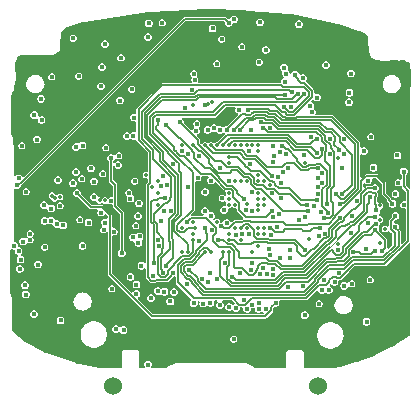
<source format=gbr>
G04*
G04 #@! TF.GenerationSoftware,Altium Limited,Altium Designer,24.6.1 (21)*
G04*
G04 Layer_Physical_Order=4*
G04 Layer_Color=16440176*
%FSLAX44Y44*%
%MOMM*%
G71*
G04*
G04 #@! TF.SameCoordinates,46D9000B-954F-446C-B998-76B77EA3697B*
G04*
G04*
G04 #@! TF.FilePolarity,Positive*
G04*
G01*
G75*
%ADD17C,0.1500*%
%ADD18C,0.1000*%
%ADD68C,1.5240*%
%ADD69C,0.3500*%
%ADD70C,0.4500*%
%ADD71C,0.4000*%
G36*
X166401Y270186D02*
X197581Y269160D01*
X198812Y268983D01*
X198876Y268957D01*
X200111Y269007D01*
X211446Y268012D01*
X211447Y268012D01*
X211449Y268012D01*
X234281Y266065D01*
X234376Y266049D01*
X235530Y265819D01*
X236776Y265679D01*
X279492Y256383D01*
X279622Y256346D01*
X280805Y255994D01*
D01*
X282025Y255695D01*
X293194Y252050D01*
X293249Y252032D01*
X294335Y251590D01*
X294335Y251590D01*
X294373Y251574D01*
X295546Y251237D01*
X296745Y250800D01*
X298459Y250175D01*
X298475Y250104D01*
Y250104D01*
X298683Y250017D01*
X299466Y249362D01*
X301584Y247250D01*
X301598Y247217D01*
X301875Y241250D01*
X301876Y241210D01*
X301756Y240037D01*
X301905Y239084D01*
X301943Y238804D01*
X301955Y237503D01*
X301982Y234625D01*
X301998Y234548D01*
X301989Y234470D01*
X302090Y234109D01*
X302167Y233741D01*
X302211Y233676D01*
X302232Y233601D01*
X304334Y229452D01*
X304384Y229389D01*
X304410Y229314D01*
X304661Y229036D01*
X304892Y228742D01*
X304961Y228703D01*
X305015Y228643D01*
X305353Y228482D01*
X305679Y228299D01*
X305758Y228289D01*
X305830Y228255D01*
X313071Y226421D01*
X313389Y226404D01*
X313704Y226351D01*
X326263Y226701D01*
X327472Y226566D01*
X328192Y226677D01*
X328696Y226751D01*
X330010Y226768D01*
X332604Y226800D01*
X333014Y226631D01*
X333030Y226637D01*
X333045Y226646D01*
X336648Y224693D01*
X337422Y220320D01*
X337292Y220165D01*
Y220165D01*
X337290Y220163D01*
X337374Y219961D01*
X337463Y218740D01*
X337395Y189733D01*
X337395Y189731D01*
X337395Y189730D01*
X337395Y118802D01*
X336125Y118276D01*
X333508Y120892D01*
Y129809D01*
X333565Y129833D01*
X334479Y130747D01*
X334974Y131941D01*
Y133235D01*
X334479Y134429D01*
X333565Y135343D01*
X332370Y135838D01*
X331077D01*
X329883Y135343D01*
X328969Y134429D01*
X328474Y133235D01*
Y131941D01*
X328969Y130747D01*
X329883Y129833D01*
X329940Y129809D01*
Y126392D01*
X329221Y125999D01*
X328670Y125802D01*
X327676Y126214D01*
X326483D01*
X325380Y125757D01*
X324536Y124913D01*
X324079Y123811D01*
Y122617D01*
X324536Y121515D01*
X325380Y120671D01*
X326483Y120214D01*
X327676D01*
X328670Y120625D01*
X329568Y120305D01*
X329959Y120055D01*
X330075Y119471D01*
X330462Y118892D01*
X333651Y115703D01*
Y108197D01*
X332381Y107348D01*
X332266Y107396D01*
X331073D01*
X329970Y106939D01*
X329126Y106095D01*
X328669Y104993D01*
Y103799D01*
X329126Y102697D01*
X329970Y101853D01*
X331073Y101396D01*
X332266D01*
X332381Y101444D01*
X333651Y100595D01*
Y74967D01*
X330291Y71607D01*
X329118Y72093D01*
Y81910D01*
X328982Y82593D01*
X328596Y83172D01*
X327630Y84137D01*
X327892Y84768D01*
Y86061D01*
X327397Y87255D01*
X326483Y88169D01*
X325288Y88664D01*
X323995D01*
X323164Y89677D01*
X323097Y90441D01*
X324228Y91573D01*
X325287D01*
X326482Y92068D01*
X327396Y92982D01*
X327891Y94176D01*
Y95469D01*
X327396Y96664D01*
X326482Y97578D01*
X325287Y98073D01*
X323994D01*
X322800Y97578D01*
X321886Y96664D01*
X321391Y95469D01*
Y94176D01*
X321506Y93898D01*
X319363Y91754D01*
X318976Y91175D01*
X318840Y90493D01*
Y86639D01*
X317570Y86113D01*
X317402Y86281D01*
X316391Y86700D01*
X315297D01*
X314286Y86281D01*
X313513Y85508D01*
X313094Y84497D01*
Y83403D01*
X313513Y82392D01*
X314286Y81619D01*
X315297Y81200D01*
X316391D01*
X317402Y81619D01*
X318010Y82227D01*
X318277Y82337D01*
X318548Y82375D01*
X319523Y82328D01*
X322171Y79681D01*
Y70603D01*
X319042Y67474D01*
X318786Y67512D01*
X317810Y68038D01*
Y74676D01*
X317674Y75359D01*
X317287Y75938D01*
X310907Y82318D01*
X310930Y82374D01*
Y83667D01*
X310436Y84861D01*
X310615Y86478D01*
X310842Y86704D01*
X311337Y87899D01*
Y89192D01*
X311342Y89200D01*
X312391D01*
X313402Y89619D01*
X314175Y90392D01*
X314594Y91403D01*
Y92497D01*
X314175Y93508D01*
X313402Y94281D01*
X312391Y94700D01*
X311297D01*
X310454Y95665D01*
X310479Y97003D01*
X311393Y97918D01*
X311888Y99112D01*
Y100405D01*
X311877Y100431D01*
X312391Y101200D01*
X313402Y101619D01*
X314175Y102392D01*
X314594Y103403D01*
Y104497D01*
X314175Y105508D01*
X313402Y106281D01*
X312391Y106700D01*
X311297D01*
X310460Y106353D01*
X309733Y106635D01*
X309190Y106981D01*
Y110579D01*
X309460Y110849D01*
X309847Y111428D01*
X309983Y112111D01*
Y113353D01*
X309847Y114036D01*
X309580Y114435D01*
X309318Y115701D01*
X310232Y116615D01*
X310727Y117810D01*
Y119103D01*
X310232Y120297D01*
X309318Y121212D01*
X308123Y121706D01*
X306830D01*
X305636Y121212D01*
X304721Y120297D01*
X304698Y120241D01*
X300780D01*
X300097Y120105D01*
X299519Y119718D01*
X298748Y118947D01*
X297574Y119433D01*
Y122502D01*
X298019Y122867D01*
X299172Y123373D01*
X300016Y122529D01*
X301119Y122073D01*
X302312D01*
X303415Y122529D01*
X304259Y123373D01*
X304715Y124476D01*
Y125669D01*
X304668Y125784D01*
X305516Y127054D01*
X308163D01*
X313176Y122042D01*
Y113913D01*
X313312Y113230D01*
X313698Y112651D01*
X317287Y109062D01*
Y108741D01*
X317423Y108058D01*
X317810Y107479D01*
X318969Y106320D01*
X318863Y106065D01*
Y104771D01*
X319357Y103577D01*
X320272Y102663D01*
X321466Y102168D01*
X322759D01*
X323954Y102663D01*
X324868Y103577D01*
X325363Y104771D01*
Y106065D01*
X324868Y107259D01*
X323954Y108173D01*
X322759Y108668D01*
X321668D01*
X320856Y109480D01*
Y109802D01*
X320720Y110484D01*
X320333Y111063D01*
X316744Y114652D01*
Y122781D01*
X316609Y123464D01*
X316222Y124043D01*
X310164Y130100D01*
X309585Y130487D01*
X308902Y130623D01*
X300155D01*
X299473Y130487D01*
X298894Y130100D01*
X296232Y127438D01*
X295058Y127924D01*
Y146860D01*
X296328Y147386D01*
X296355Y147359D01*
X297549Y146864D01*
X298843D01*
X300037Y147359D01*
X300951Y148273D01*
X301446Y149467D01*
Y150760D01*
X300951Y151955D01*
X300037Y152869D01*
X298843Y153364D01*
X297549D01*
X296355Y152869D01*
X296328Y152842D01*
X295058Y153369D01*
Y156816D01*
X294922Y157499D01*
X294536Y158078D01*
X272665Y179948D01*
X272087Y180335D01*
X271404Y180471D01*
X257592D01*
X256941Y181741D01*
X257250Y182488D01*
Y183780D01*
X256755Y184975D01*
X255841Y185889D01*
X255446Y187427D01*
X255596Y187789D01*
Y189082D01*
X255101Y190277D01*
X254187Y191191D01*
X253871Y191321D01*
X253579Y192790D01*
X254091Y193302D01*
X255532Y193231D01*
X256204Y192560D01*
X257398Y192065D01*
X258691D01*
X259886Y192560D01*
X260800Y193474D01*
X261295Y194668D01*
Y195961D01*
X260800Y197156D01*
X259886Y198070D01*
X258691Y198565D01*
X257398D01*
X257116Y198448D01*
X255846Y199297D01*
Y201243D01*
X255710Y201926D01*
X255324Y202504D01*
X248764Y209064D01*
X248715Y209557D01*
X249135Y209977D01*
X249630Y211172D01*
Y212465D01*
X249135Y213659D01*
X248221Y214573D01*
X247027Y215068D01*
X245734D01*
X244539Y214573D01*
X244365Y214400D01*
X243095Y214925D01*
Y215345D01*
X242600Y216540D01*
X241686Y217454D01*
X240492Y217949D01*
X239199D01*
X238004Y217454D01*
X237090Y216540D01*
X236595Y215346D01*
X235406Y215541D01*
Y216149D01*
X234911Y217343D01*
X233997Y218257D01*
X233368Y219892D01*
X233413Y219999D01*
Y221292D01*
X232918Y222486D01*
X232004Y223400D01*
X230809Y223895D01*
X229516D01*
X228322Y223400D01*
X227407Y222486D01*
X226913Y221292D01*
Y219999D01*
X227407Y218804D01*
X228322Y217890D01*
X228950Y216255D01*
X228906Y216149D01*
Y214856D01*
X229401Y213661D01*
X230310Y212752D01*
X230309Y212650D01*
X230258Y211795D01*
X230145Y211443D01*
X229045Y210987D01*
X228131Y210073D01*
X227636Y208879D01*
Y207586D01*
X227565Y207480D01*
X157893D01*
X157367Y208750D01*
X157483Y208867D01*
X157940Y209969D01*
Y211163D01*
X157483Y212265D01*
X156639Y213109D01*
X156522Y213699D01*
X156633Y213810D01*
X157090Y214913D01*
Y216106D01*
X156633Y217209D01*
X155789Y218053D01*
X154687Y218509D01*
X153493D01*
X152391Y218053D01*
X151547Y217209D01*
X151090Y216106D01*
Y214913D01*
X151547Y213810D01*
X152391Y212966D01*
X152508Y212377D01*
X152397Y212265D01*
X151940Y211163D01*
Y209969D01*
X152397Y208867D01*
X152513Y208750D01*
X151987Y207480D01*
X127445D01*
X126762Y207344D01*
X126183Y206958D01*
X105926Y186701D01*
X105540Y186122D01*
X105404Y185439D01*
Y182276D01*
X104134Y181427D01*
X103819Y181558D01*
X102526D01*
X101331Y181063D01*
X100417Y180149D01*
X99922Y178955D01*
Y177661D01*
X100417Y176467D01*
X101331Y175553D01*
X102526Y175058D01*
X103819D01*
X104134Y175189D01*
X105404Y174340D01*
Y166603D01*
X104134Y165875D01*
X103517Y166131D01*
X102224D01*
X101029Y165636D01*
X100906Y165513D01*
X100076Y164757D01*
X99246Y165513D01*
X99123Y165636D01*
X97928Y166131D01*
X96636D01*
X95441Y165636D01*
X94527Y164722D01*
X94032Y163528D01*
Y162235D01*
X94527Y161040D01*
X95441Y160126D01*
X96636Y159631D01*
X97928D01*
X99123Y160126D01*
X99246Y160249D01*
X100076Y161005D01*
X100906Y160249D01*
X101029Y160126D01*
X102224Y159631D01*
X103517D01*
X104134Y159887D01*
X104637Y159738D01*
X105406Y159253D01*
X105472Y159171D01*
X105540Y158829D01*
X105926Y158250D01*
X115402Y148775D01*
Y133376D01*
X114217Y132492D01*
X113123D01*
X112112Y132073D01*
X111339Y131300D01*
X110920Y130289D01*
Y129195D01*
X111339Y128184D01*
X112112Y127411D01*
X113123Y126992D01*
X114217D01*
X115402Y126108D01*
Y123970D01*
X113860Y122429D01*
X113474Y121850D01*
X113338Y121167D01*
Y55540D01*
X112068Y55080D01*
X111479Y55669D01*
X110285Y56163D01*
X108992D01*
X107797Y55669D01*
X106883Y54754D01*
X106388Y53560D01*
Y52267D01*
X106883Y51072D01*
X107797Y50158D01*
X108992Y49663D01*
X110285D01*
X111479Y50158D01*
X112068Y50747D01*
X113338Y50287D01*
Y42957D01*
X113474Y42274D01*
X113860Y41695D01*
X116565Y38990D01*
X117144Y38603D01*
X117827Y38468D01*
X121348D01*
X122031Y38603D01*
X122380Y38837D01*
X130962D01*
X131645Y38973D01*
X132224Y39360D01*
X136050Y43186D01*
X136420Y43740D01*
X136935D01*
X137250Y43871D01*
X138520Y43022D01*
Y39028D01*
X138656Y38345D01*
X139042Y37766D01*
X151697Y25112D01*
X152083Y23897D01*
X151169Y22983D01*
X150674Y21789D01*
Y20496D01*
X151169Y19301D01*
X152083Y18387D01*
X153278Y17892D01*
X154571D01*
X155765Y18387D01*
X156679Y19301D01*
X157174Y20496D01*
Y21789D01*
X157014Y22176D01*
X157704Y23311D01*
X158328Y23332D01*
X158997Y22178D01*
X158706Y21474D01*
Y20182D01*
X159201Y18987D01*
X160115Y18073D01*
X161310Y17578D01*
X162603D01*
X163797Y18073D01*
X164397Y18673D01*
X164716Y18986D01*
X165986Y18744D01*
X166149Y18581D01*
X167344Y18086D01*
X168636D01*
X169831Y18581D01*
X170745Y19495D01*
X171240Y20689D01*
Y21983D01*
X171043Y22459D01*
X171852Y23729D01*
X173684D01*
X174013Y22961D01*
X174073Y22459D01*
X173267Y21653D01*
X172772Y20459D01*
Y19166D01*
X173267Y17971D01*
X174181Y17057D01*
X175376Y16562D01*
X176669D01*
X177863Y17057D01*
X178778Y17971D01*
X179272Y19166D01*
Y20459D01*
X178778Y21653D01*
X177971Y22459D01*
X178032Y22961D01*
X178361Y23729D01*
X186183D01*
X188510Y21402D01*
X188212Y19904D01*
X188135Y19872D01*
X186803Y19769D01*
X185889Y20683D01*
X184695Y21178D01*
X183402D01*
X182207Y20683D01*
X181293Y19769D01*
X180798Y18574D01*
Y17281D01*
X181293Y16087D01*
X182207Y15172D01*
X183402Y14678D01*
X184695D01*
X185651Y15074D01*
X186983Y15177D01*
X187897Y14263D01*
X189091Y13768D01*
X190385D01*
X191579Y14263D01*
X192493Y15177D01*
X192988Y16372D01*
Y17664D01*
X193407Y18292D01*
X195204D01*
X196052Y17022D01*
X196050Y17017D01*
Y15724D01*
X196545Y14530D01*
X197459Y13615D01*
X198654Y13121D01*
X199947D01*
X201141Y13615D01*
X202056Y14530D01*
X202550Y15724D01*
Y17017D01*
X202578Y17058D01*
X203656D01*
X204362Y17350D01*
X205425Y16737D01*
X205561Y16577D01*
Y15887D01*
X206056Y14692D01*
X206970Y13778D01*
X208165Y13283D01*
X209458D01*
X210652Y13778D01*
X210837Y13962D01*
X212120Y14160D01*
X212412Y13878D01*
X213043Y13247D01*
X212805Y11971D01*
X212668Y11734D01*
X119476D01*
X106638Y24572D01*
X106936Y26070D01*
X107251Y26201D01*
X108165Y27115D01*
X108660Y28310D01*
Y29602D01*
X108165Y30797D01*
X107251Y31711D01*
X106056Y32206D01*
X104763D01*
X103569Y31711D01*
X102655Y30797D01*
X102524Y30482D01*
X101026Y30184D01*
X84728Y46482D01*
Y77987D01*
X85998Y78836D01*
X86113Y78788D01*
X87306D01*
X88409Y79245D01*
X89253Y80089D01*
X89710Y81191D01*
Y82385D01*
X89253Y83487D01*
X88409Y84331D01*
X87306Y84788D01*
X86113D01*
X86032Y84755D01*
X84762Y85603D01*
Y95576D01*
X84627Y96259D01*
X84240Y96838D01*
X77417Y103660D01*
X76838Y104047D01*
X76155Y104183D01*
X67667D01*
X58254Y113597D01*
X58277Y113653D01*
Y114946D01*
X57782Y116141D01*
X56868Y117055D01*
X55673Y117550D01*
X54381D01*
X53186Y117055D01*
X52272Y116141D01*
X51777Y114946D01*
Y113653D01*
X52272Y112459D01*
X53186Y111545D01*
X54381Y111050D01*
X55673D01*
X55730Y111074D01*
X65667Y101137D01*
X66245Y100750D01*
X66928Y100615D01*
X72224D01*
X72589Y100001D01*
X72835Y99345D01*
X72438Y98387D01*
Y97193D01*
X72895Y96091D01*
X73739Y95247D01*
X74841Y94790D01*
X76035D01*
X77137Y95247D01*
X77981Y96091D01*
X78029Y96206D01*
X79527Y96504D01*
X81194Y94837D01*
Y93376D01*
X79924Y92527D01*
X79608Y92658D01*
X78316D01*
X77121Y92163D01*
X76207Y91249D01*
X75712Y90055D01*
Y88762D01*
X76207Y87567D01*
X76343Y87431D01*
X76045Y85933D01*
X75895Y85871D01*
X75051Y85027D01*
X74594Y83924D01*
Y82731D01*
X75051Y81628D01*
X75895Y80784D01*
X76997Y80328D01*
X78191D01*
X79293Y80784D01*
X79889Y81380D01*
X81048Y81060D01*
X81159Y80991D01*
Y45743D01*
X81295Y45060D01*
X81682Y44481D01*
X117475Y8688D01*
X118054Y8302D01*
X118736Y8166D01*
X214512D01*
X215194Y8302D01*
X215773Y8688D01*
X220836Y13751D01*
X221223Y14330D01*
X221359Y15013D01*
Y17157D01*
X222472Y18271D01*
X222528Y18247D01*
X223821D01*
X225016Y18742D01*
X225930Y19656D01*
X226425Y20851D01*
Y22144D01*
X226294Y22459D01*
X227143Y23729D01*
X249105D01*
X249788Y23865D01*
X250367Y24252D01*
X258154Y32039D01*
X258610Y31995D01*
X259543Y31632D01*
X259919Y30724D01*
X260833Y29809D01*
X262027Y29314D01*
X263321D01*
X264515Y29809D01*
X264531Y29825D01*
X266323Y29821D01*
X266349Y29795D01*
X267544Y29300D01*
X268836D01*
X270031Y29795D01*
X270945Y30710D01*
X271440Y31904D01*
Y33197D01*
X270945Y34391D01*
X270031Y35306D01*
X269484Y35532D01*
X269129Y36974D01*
X269184Y37028D01*
X270399Y37413D01*
X270804Y37007D01*
X271313Y36499D01*
X272507Y36004D01*
X273800D01*
X274995Y36499D01*
X275909Y37413D01*
X276404Y38607D01*
Y39900D01*
X276376Y39969D01*
X277081Y41025D01*
X278166D01*
X278849Y41160D01*
X279428Y41547D01*
X284971Y47091D01*
X285358Y47670D01*
X285361Y47687D01*
X289993Y52318D01*
X315310D01*
X315992Y52453D01*
X316571Y52840D01*
X336125Y72395D01*
X337396Y71869D01*
X337396Y15497D01*
Y-4405D01*
X337329Y-5332D01*
X337299Y-5357D01*
X337133Y-5629D01*
X336307Y-6408D01*
X324179Y-14463D01*
X324128Y-14492D01*
X323067Y-15077D01*
X323067Y-15077D01*
X321996Y-15714D01*
X320966Y-16224D01*
X307676Y-22810D01*
X307579Y-22771D01*
X307471Y-22816D01*
X306329Y-23325D01*
X294292Y-27809D01*
X293102Y-28252D01*
X291968Y-28582D01*
X291052Y-28916D01*
X290773Y-29017D01*
X278437Y-32537D01*
X277267Y-32769D01*
X277266Y-32768D01*
X276353Y-33045D01*
X276048Y-33135D01*
X274806Y-33402D01*
X271861Y-34036D01*
X247055D01*
Y-19738D01*
X246738Y-18973D01*
X245973Y-18656D01*
X233472D01*
X232707Y-18973D01*
X232390Y-19738D01*
Y-34036D01*
X205653D01*
X204458Y-32574D01*
X204396Y-32523D01*
X204354Y-32455D01*
X204050Y-32237D01*
X203761Y-31999D01*
X203685Y-31976D01*
X203619Y-31929D01*
X198188Y-29473D01*
X198152Y-29464D01*
X198120Y-29443D01*
X197713Y-29362D01*
X197309Y-29268D01*
X197272Y-29274D01*
X197235Y-29267D01*
X139619D01*
X139186Y-29353D01*
X138751Y-29436D01*
X133220Y-31671D01*
X133133Y-31728D01*
X133033Y-31756D01*
X132758Y-31974D01*
X132465Y-32166D01*
X132407Y-32252D01*
X132325Y-32317D01*
X130862Y-34036D01*
X118152D01*
X117626Y-32766D01*
X117817Y-32575D01*
X118312Y-31381D01*
Y-30087D01*
X117817Y-28893D01*
X116903Y-27979D01*
X115709Y-27484D01*
X114416D01*
X113221Y-27979D01*
X112307Y-28893D01*
X111812Y-30087D01*
Y-31381D01*
X112307Y-32575D01*
X112498Y-32766D01*
X111972Y-34036D01*
X107549D01*
Y-19738D01*
X107232Y-18973D01*
X106466Y-18655D01*
X93966D01*
X93200Y-18973D01*
X92883Y-19738D01*
Y-34036D01*
X74943D01*
X56376Y-30333D01*
X56227Y-30294D01*
X55039Y-29960D01*
Y-29960D01*
X53836Y-29648D01*
X29447Y-21300D01*
X28479Y-20956D01*
X28449Y-20881D01*
X28282Y-20811D01*
X27171Y-20297D01*
X12484Y-12455D01*
X11453Y-11782D01*
X11267Y-11705D01*
X10263Y-11011D01*
X5886Y-7594D01*
X4998Y-6734D01*
X4971Y-6669D01*
X4880Y-6631D01*
X4084Y-5939D01*
X4046Y-5897D01*
X247Y-1661D01*
X177Y-1493D01*
X-0Y210D01*
X50Y1361D01*
X-1Y1483D01*
Y1483D01*
X-99Y1574D01*
X-95Y2402D01*
X333Y17073D01*
X315Y17180D01*
X329Y17287D01*
X-157Y24956D01*
X-205Y25136D01*
X-210Y25323D01*
X-1310Y30152D01*
X-1438Y31368D01*
X-1544Y31622D01*
X-1614Y32824D01*
Y64494D01*
X-1597Y65669D01*
X-1438Y66052D01*
X-1423Y66066D01*
X-512Y66888D01*
X159Y67038D01*
X281Y66915D01*
X1475Y66421D01*
X2192D01*
X2413Y66088D01*
Y64795D01*
X2908Y63601D01*
X3823Y62687D01*
X5017Y62192D01*
X5506D01*
X5758Y60922D01*
X5525Y60825D01*
X4611Y59911D01*
X4116Y58716D01*
Y57424D01*
X4611Y56229D01*
X5525Y55315D01*
X6719Y54820D01*
X8012D01*
X9207Y55315D01*
X10121Y56229D01*
X10616Y57424D01*
Y58716D01*
X10121Y59911D01*
X9207Y60825D01*
X8012Y61320D01*
X7524D01*
X7271Y62590D01*
X7505Y62687D01*
X8419Y63601D01*
X8913Y64795D01*
Y66088D01*
X8419Y67283D01*
X7505Y68197D01*
X6310Y68692D01*
X5594D01*
X5372Y69024D01*
Y70317D01*
X4877Y71512D01*
X3963Y72426D01*
X2768Y72920D01*
X2284D01*
X1631Y73609D01*
X1334Y74132D01*
X1358Y74289D01*
X1441Y74620D01*
X1642Y78542D01*
X1633Y78604D01*
X1645Y78666D01*
X1542Y117867D01*
X1841Y118142D01*
X2810Y118590D01*
X3672Y118234D01*
X4965D01*
X6159Y118729D01*
X7073Y119643D01*
X7568Y120837D01*
Y121098D01*
X7970Y121179D01*
X8549Y121565D01*
X146944Y259960D01*
X179410D01*
X180301Y259069D01*
X180278Y259013D01*
Y257720D01*
X180772Y256525D01*
X181686Y255611D01*
X182881Y255116D01*
X184174D01*
X185368Y255611D01*
X186283Y256525D01*
X186640Y257387D01*
X187568Y258164D01*
X188860D01*
X190055Y258659D01*
X190969Y259573D01*
X191464Y260768D01*
Y262061D01*
X190969Y263255D01*
X190055Y264169D01*
X188860Y264664D01*
X187568D01*
X186373Y264169D01*
X185459Y263255D01*
X185102Y262393D01*
X184174Y261616D01*
X182881D01*
X182824Y261593D01*
X181410Y263006D01*
X180832Y263393D01*
X180149Y263529D01*
X146205D01*
X145522Y263393D01*
X144944Y263006D01*
X10008Y128071D01*
X8510Y128369D01*
X8379Y128684D01*
X7465Y129598D01*
X6270Y130093D01*
X4978D01*
X3783Y129598D01*
X2869Y128684D01*
X2809Y128541D01*
X1539Y128793D01*
X1540Y149569D01*
X1532Y149607D01*
X1539Y149646D01*
X1193Y160086D01*
X1096Y160502D01*
X1008Y160919D01*
X-249Y163861D01*
X-198Y163939D01*
X-198D01*
X-373Y164362D01*
Y197482D01*
X-240Y198697D01*
X-198Y198799D01*
X-42Y199560D01*
X174Y200002D01*
X176Y200005D01*
X213Y200094D01*
X796Y201122D01*
X1441Y202090D01*
X1608Y202496D01*
X1780Y202900D01*
X3013Y208797D01*
X3015Y209045D01*
X3062Y209290D01*
X2932Y224332D01*
X3007Y225330D01*
X3097Y225547D01*
X3092Y225558D01*
X3507Y226656D01*
X5126Y230327D01*
X8214Y230910D01*
X9444Y230994D01*
X9459Y230988D01*
X9672Y231077D01*
X10885Y231147D01*
X27432Y230951D01*
X27439Y230952D01*
X27447Y230951D01*
X27471D01*
X27473Y230951D01*
X27475Y230951D01*
X33736Y230993D01*
X33933Y231033D01*
X34135Y231030D01*
X34371Y231124D01*
X34620Y231175D01*
X34787Y231288D01*
X34975Y231362D01*
X39424Y234231D01*
X39502Y234306D01*
X39597Y234354D01*
X39824Y234618D01*
X40073Y234859D01*
X40116Y234958D01*
X40186Y235039D01*
X40294Y235369D01*
X40432Y235688D01*
X40434Y235795D01*
X40468Y235897D01*
X40989Y240189D01*
X40978Y240330D01*
X41006Y240468D01*
Y244620D01*
X41020Y244750D01*
X41181Y245954D01*
X41181D01*
X41129Y246930D01*
X41287Y247745D01*
X41287Y247745D01*
X41506Y248948D01*
X42288Y251706D01*
X42312Y251716D01*
X42440Y252025D01*
X44914Y253939D01*
X45164Y254122D01*
X46201Y254778D01*
X47281Y255275D01*
X49535Y256144D01*
X49623Y256177D01*
X50665Y256497D01*
X50675Y256492D01*
X50675Y256492D01*
X50748Y256522D01*
X51843Y256943D01*
X51862Y256949D01*
X57951Y258820D01*
X59158Y259083D01*
X59159Y259083D01*
X60102Y259319D01*
X60522Y259411D01*
X61645Y259583D01*
X115256Y267825D01*
X116520Y267870D01*
D01*
X117725Y268064D01*
X117891Y268086D01*
X163947Y270170D01*
X163954Y270171D01*
X164333Y270138D01*
X165167Y270052D01*
X166003Y270149D01*
X166395Y270186D01*
X166401Y270186D01*
D02*
G37*
G36*
X189549Y185898D02*
X189278Y185244D01*
Y184051D01*
X189735Y182948D01*
X190579Y182104D01*
X191225Y181837D01*
X191659Y180474D01*
X182492Y171307D01*
X181530D01*
X180336Y170812D01*
X179974Y170451D01*
X179315Y169951D01*
X178315Y170451D01*
X178117Y170649D01*
X176922Y171144D01*
X175630D01*
X175194Y170964D01*
X173697Y171259D01*
X172783Y172173D01*
X171588Y172668D01*
X170296D01*
X169101Y172173D01*
X168406Y171478D01*
X167500Y170588D01*
X166305Y171083D01*
X165012D01*
X163818Y170588D01*
X162904Y169674D01*
X162409Y168479D01*
Y167187D01*
X162904Y165992D01*
X163818Y165078D01*
X165012Y164583D01*
X166305D01*
X167500Y165078D01*
X168414Y165992D01*
X169925Y166322D01*
X170296Y166168D01*
X171588D01*
X172024Y166348D01*
X173521Y166053D01*
X174435Y165139D01*
X175630Y164644D01*
X176922D01*
X178117Y165139D01*
X178478Y165500D01*
X179137Y166000D01*
X180137Y165500D01*
X180335Y165302D01*
X180333Y163928D01*
X173897Y157492D01*
X173123D01*
X172112Y157073D01*
X172000Y156961D01*
X171170Y156411D01*
X170340Y156961D01*
X170228Y157073D01*
X169217Y157492D01*
X168123D01*
X167113Y157073D01*
X167000Y156960D01*
X166170Y156411D01*
X165340Y156960D01*
X165228Y157073D01*
X164217Y157492D01*
X163123D01*
X162112Y157073D01*
X161339Y156300D01*
X160187Y156132D01*
X159185Y157041D01*
Y159175D01*
X159049Y159858D01*
X158662Y160437D01*
X156295Y162804D01*
X156416Y163403D01*
X156742Y164153D01*
X157655Y164531D01*
X158499Y165375D01*
X158956Y166477D01*
Y167671D01*
X158499Y168773D01*
X158002Y169271D01*
X158088Y170576D01*
X158171Y170761D01*
X158939Y171529D01*
X159396Y172631D01*
Y173825D01*
X158939Y174927D01*
X158095Y175771D01*
X156993Y176228D01*
X155799D01*
X154697Y175771D01*
X153853Y174927D01*
X153396Y173825D01*
Y172631D01*
X153853Y171529D01*
X154350Y171031D01*
X154264Y169726D01*
X154181Y169541D01*
X153413Y168773D01*
X153034Y167860D01*
X152285Y167535D01*
X151686Y167413D01*
X145495Y173604D01*
X145519Y173660D01*
Y174953D01*
X145024Y176148D01*
X144110Y177062D01*
X144018Y177100D01*
X144271Y178370D01*
X172018D01*
X172701Y178505D01*
X173279Y178892D01*
X181555Y187168D01*
X188896D01*
X189549Y185898D01*
D02*
G37*
G36*
X166503Y127466D02*
X165902Y126866D01*
X165408Y125672D01*
Y124379D01*
X165902Y123184D01*
X166817Y122270D01*
X168011Y121775D01*
X169304D01*
X170499Y122270D01*
X171413Y123184D01*
X171433Y123232D01*
X172931Y123530D01*
X179464Y116996D01*
X180043Y116609D01*
X180089Y116600D01*
X180910Y115353D01*
X180920Y115289D01*
Y114195D01*
X181339Y113184D01*
X181488Y113035D01*
X181497Y113002D01*
X181362Y112635D01*
X180486Y112315D01*
X179818Y112383D01*
X178716Y112839D01*
X177522D01*
X176420Y112383D01*
X175576Y111539D01*
X175119Y110436D01*
Y109243D01*
X175576Y108140D01*
X176420Y107296D01*
X177522Y106840D01*
X178716D01*
X179818Y107296D01*
X179921Y107399D01*
X180141Y107499D01*
X181335Y106687D01*
X181339Y106300D01*
X180920Y105289D01*
Y104195D01*
X180937Y104154D01*
X180492Y103568D01*
X179995Y103108D01*
X178851D01*
X177656Y102613D01*
X176742Y101699D01*
X176247Y100505D01*
Y99212D01*
X176742Y98017D01*
X177656Y97103D01*
X178851Y96608D01*
X180144D01*
X181338Y97103D01*
X182252Y98017D01*
X182747Y99212D01*
Y100505D01*
X182613Y100829D01*
X182768Y101183D01*
X183506Y101992D01*
X184217D01*
X185228Y102411D01*
X185340Y102523D01*
X186170Y103073D01*
X187000Y102523D01*
X187113Y102411D01*
X188123Y101992D01*
X189217D01*
X190402Y101108D01*
Y99953D01*
X190538Y99270D01*
X190924Y98691D01*
X195830Y93785D01*
X195493Y92440D01*
X195434Y92386D01*
X194910Y92036D01*
X194479Y91604D01*
X188776D01*
X188093Y91468D01*
X187514Y91082D01*
X186292Y89860D01*
X184931Y90295D01*
X184624Y91036D01*
X183710Y91951D01*
X182516Y92445D01*
X181223D01*
X180028Y91951D01*
X179114Y91036D01*
X178861Y90427D01*
X177878Y89459D01*
X176585D01*
X176420Y89570D01*
Y90289D01*
X176001Y91299D01*
X175228Y92073D01*
X174217Y92492D01*
X173123D01*
X172112Y92073D01*
X171339Y91299D01*
X170417Y91455D01*
X170413Y91517D01*
X170617Y92744D01*
X171265Y93392D01*
X171760Y94587D01*
Y95880D01*
X171265Y97074D01*
X170351Y97989D01*
X169156Y98483D01*
X167863D01*
X167713Y98421D01*
X167541Y98476D01*
X166540Y99310D01*
Y100089D01*
X166045Y101284D01*
X165131Y102198D01*
X163936Y102693D01*
X162643D01*
X161449Y102198D01*
X160535Y101284D01*
X160040Y100089D01*
Y98796D01*
X160535Y97602D01*
X161449Y96687D01*
X162354Y96312D01*
X162102Y95042D01*
X152168D01*
X151698Y95835D01*
X151615Y96285D01*
X154241Y98911D01*
X154628Y99490D01*
X154763Y100173D01*
Y123811D01*
X155034Y124076D01*
X156033Y124549D01*
X156774Y124242D01*
X157967D01*
X159070Y124699D01*
X159914Y125543D01*
X160371Y126645D01*
Y127839D01*
X161374Y128736D01*
X166058D01*
X166503Y127466D01*
D02*
G37*
%LPC*%
G36*
X210889Y262116D02*
X209597D01*
X208402Y261621D01*
X207488Y260707D01*
X206993Y259512D01*
Y258220D01*
X207488Y257025D01*
X208402Y256111D01*
X209597Y255616D01*
X210889D01*
X212084Y256111D01*
X212998Y257025D01*
X213493Y258220D01*
Y259512D01*
X212998Y260707D01*
X212084Y261621D01*
X210889Y262116D01*
D02*
G37*
G36*
X127851Y261572D02*
X126657D01*
X125555Y261115D01*
X124711Y260271D01*
X124254Y259169D01*
Y257975D01*
X124711Y256873D01*
X125555Y256029D01*
X126657Y255572D01*
X127851D01*
X128953Y256029D01*
X129797Y256873D01*
X130254Y257975D01*
Y259169D01*
X129797Y260271D01*
X128953Y261115D01*
X127851Y261572D01*
D02*
G37*
G36*
X116470Y261314D02*
X115177D01*
X113983Y260819D01*
X113069Y259905D01*
X112574Y258710D01*
Y257418D01*
X113069Y256223D01*
X113983Y255309D01*
X115177Y254814D01*
X116470D01*
X117665Y255309D01*
X118579Y256223D01*
X119074Y257418D01*
Y258710D01*
X118579Y259905D01*
X117665Y260819D01*
X116470Y261314D01*
D02*
G37*
G36*
X243724Y260552D02*
X242432D01*
X241237Y260057D01*
X240323Y259143D01*
X239828Y257948D01*
Y256656D01*
X240323Y255461D01*
X241237Y254547D01*
X242432Y254052D01*
X243724D01*
X244919Y254547D01*
X245833Y255461D01*
X246328Y256656D01*
Y257948D01*
X245833Y259143D01*
X244919Y260057D01*
X243724Y260552D01*
D02*
G37*
G36*
X170466Y257116D02*
X169173D01*
X167979Y256621D01*
X167065Y255707D01*
X166570Y254513D01*
Y253220D01*
X167065Y252025D01*
X167979Y251111D01*
X169173Y250616D01*
X170466D01*
X171661Y251111D01*
X172575Y252025D01*
X173070Y253220D01*
Y254513D01*
X172575Y255707D01*
X171661Y256621D01*
X170466Y257116D01*
D02*
G37*
G36*
X115709Y249884D02*
X114416D01*
X113221Y249389D01*
X112307Y248475D01*
X111812Y247281D01*
Y245987D01*
X112307Y244793D01*
X113221Y243879D01*
X114416Y243384D01*
X115709D01*
X116903Y243879D01*
X117817Y244793D01*
X118312Y245987D01*
Y247281D01*
X117817Y248475D01*
X116903Y249389D01*
X115709Y249884D01*
D02*
G37*
G36*
X52413Y248618D02*
X51219D01*
X50117Y248161D01*
X49273Y247317D01*
X48816Y246215D01*
Y245021D01*
X49273Y243919D01*
X50117Y243075D01*
X51219Y242618D01*
X52413D01*
X53515Y243075D01*
X54359Y243919D01*
X54816Y245021D01*
Y246215D01*
X54359Y247317D01*
X53515Y248161D01*
X52413Y248618D01*
D02*
G37*
G36*
X178143Y247782D02*
X176949D01*
X175847Y247325D01*
X175003Y246481D01*
X174546Y245379D01*
Y244185D01*
X175003Y243083D01*
X175847Y242239D01*
X176949Y241782D01*
X178143D01*
X179245Y242239D01*
X180089Y243083D01*
X180546Y244185D01*
Y245379D01*
X180089Y246481D01*
X179245Y247325D01*
X178143Y247782D01*
D02*
G37*
G36*
X79387Y244042D02*
X78094D01*
X76899Y243547D01*
X75985Y242633D01*
X75490Y241439D01*
Y240145D01*
X75985Y238951D01*
X76899Y238037D01*
X78094Y237542D01*
X79387D01*
X80581Y238037D01*
X81495Y238951D01*
X81990Y240145D01*
Y241439D01*
X81495Y242633D01*
X80581Y243547D01*
X79387Y244042D01*
D02*
G37*
G36*
X195059Y241284D02*
X193866D01*
X192763Y240827D01*
X191919Y239983D01*
X191462Y238881D01*
Y237687D01*
X191919Y236585D01*
X192763Y235741D01*
X193866Y235284D01*
X195059D01*
X196162Y235741D01*
X197006Y236585D01*
X197462Y237687D01*
Y238881D01*
X197006Y239983D01*
X196162Y240827D01*
X195059Y241284D01*
D02*
G37*
G36*
X215530Y238962D02*
X214237D01*
X213043Y238467D01*
X212129Y237553D01*
X211634Y236359D01*
Y235065D01*
X212129Y233871D01*
X213043Y232957D01*
X214237Y232462D01*
X215530D01*
X216725Y232957D01*
X217639Y233871D01*
X218134Y235065D01*
Y236359D01*
X217639Y237553D01*
X216725Y238467D01*
X215530Y238962D01*
D02*
G37*
G36*
X92928Y231854D02*
X91735D01*
X90632Y231397D01*
X89788Y230553D01*
X89332Y229451D01*
Y228257D01*
X89788Y227155D01*
X90632Y226311D01*
X91735Y225854D01*
X92928D01*
X94031Y226311D01*
X94875Y227155D01*
X95331Y228257D01*
Y229451D01*
X94875Y230553D01*
X94031Y231397D01*
X92928Y231854D01*
D02*
G37*
G36*
X209920Y228298D02*
X208726D01*
X207624Y227841D01*
X206780Y226997D01*
X206323Y225895D01*
Y224701D01*
X206780Y223599D01*
X207624Y222755D01*
X208726Y222298D01*
X209920D01*
X211022Y222755D01*
X211866Y223599D01*
X212323Y224701D01*
Y225895D01*
X211866Y226997D01*
X211022Y227841D01*
X209920Y228298D01*
D02*
G37*
G36*
X173957Y227118D02*
X172763D01*
X171661Y226661D01*
X170817Y225818D01*
X170360Y224715D01*
Y223521D01*
X170817Y222419D01*
X171661Y221575D01*
X172763Y221118D01*
X173957D01*
X175059Y221575D01*
X175903Y222419D01*
X176360Y223521D01*
Y224715D01*
X175903Y225818D01*
X175059Y226661D01*
X173957Y227118D01*
D02*
G37*
G36*
X266584Y226262D02*
X265292D01*
X264097Y225767D01*
X263183Y224853D01*
X262688Y223659D01*
Y222365D01*
X263183Y221171D01*
X264097Y220257D01*
X265292Y219762D01*
X266584D01*
X267779Y220257D01*
X268693Y221171D01*
X269188Y222365D01*
Y223659D01*
X268693Y224853D01*
X267779Y225767D01*
X266584Y226262D01*
D02*
G37*
G36*
X76802Y224440D02*
X75509D01*
X74315Y223945D01*
X73401Y223031D01*
X72906Y221836D01*
Y220543D01*
X73401Y219349D01*
X74315Y218435D01*
X75509Y217940D01*
X76802D01*
X77997Y218435D01*
X78911Y219349D01*
X79406Y220543D01*
Y221836D01*
X78911Y223031D01*
X77997Y223945D01*
X76802Y224440D01*
D02*
G37*
G36*
X287666Y218896D02*
X286374D01*
X285179Y218401D01*
X284265Y217487D01*
X283770Y216292D01*
Y215000D01*
X284265Y213805D01*
X285179Y212891D01*
X286374Y212396D01*
X287666D01*
X288861Y212891D01*
X289775Y213805D01*
X290270Y215000D01*
Y216292D01*
X289775Y217487D01*
X288861Y218401D01*
X287666Y218896D01*
D02*
G37*
G36*
X56985Y216360D02*
X55791D01*
X54689Y215903D01*
X53845Y215059D01*
X53388Y213957D01*
Y212763D01*
X53845Y211661D01*
X54689Y210817D01*
X55791Y210360D01*
X56985D01*
X58087Y210817D01*
X58931Y211661D01*
X59388Y212763D01*
Y213957D01*
X58931Y215059D01*
X58087Y215903D01*
X56985Y216360D01*
D02*
G37*
G36*
X34485Y215816D02*
X33292D01*
X32189Y215360D01*
X31345Y214516D01*
X30889Y213413D01*
Y212220D01*
X31345Y211117D01*
X32189Y210273D01*
X33292Y209816D01*
X34485D01*
X35588Y210273D01*
X36432Y211117D01*
X36889Y212220D01*
Y213413D01*
X36432Y214516D01*
X35588Y215360D01*
X34485Y215816D01*
D02*
G37*
G36*
X76035Y207978D02*
X74841D01*
X73739Y207521D01*
X72895Y206677D01*
X72438Y205575D01*
Y204381D01*
X72895Y203279D01*
X73739Y202435D01*
X74841Y201978D01*
X76035D01*
X77137Y202435D01*
X77981Y203279D01*
X78438Y204381D01*
Y205575D01*
X77981Y206677D01*
X77137Y207521D01*
X76035Y207978D01*
D02*
G37*
G36*
X102155Y205184D02*
X100961D01*
X99859Y204727D01*
X99015Y203883D01*
X98558Y202781D01*
Y201587D01*
X99015Y200485D01*
X99859Y199641D01*
X100961Y199184D01*
X102155D01*
X103257Y199641D01*
X104101Y200485D01*
X104558Y201587D01*
Y202781D01*
X104101Y203883D01*
X103257Y204727D01*
X102155Y205184D01*
D02*
G37*
G36*
X19634Y214580D02*
X18950Y214422D01*
X18416Y214315D01*
X17674Y214168D01*
X17582Y214106D01*
X17471D01*
X16270Y213608D01*
X16191Y213530D01*
X16082Y213508D01*
X15428Y213071D01*
X15001Y212786D01*
X14406Y212404D01*
X14388Y212396D01*
X14388Y212396D01*
X14264Y212271D01*
X14139Y212147D01*
X14139Y212147D01*
X14130Y212126D01*
X13782Y211567D01*
X13472Y211103D01*
X13060Y210485D01*
X13038Y210377D01*
X12960Y210298D01*
X12462Y209097D01*
Y208986D01*
X12400Y208894D01*
X12253Y208153D01*
X12146Y207618D01*
X11988Y206943D01*
Y206455D01*
X12146Y205894D01*
X12274Y205254D01*
X12400Y204618D01*
X12462Y204526D01*
Y204415D01*
X12960Y203214D01*
X13038Y203135D01*
X13060Y203026D01*
X13782Y201945D01*
X14046Y201475D01*
X14059Y201445D01*
X14059Y201445D01*
X14321Y201184D01*
X14582Y200922D01*
X14582Y200922D01*
X14656Y200891D01*
X14983Y200735D01*
X15573Y200344D01*
X15931Y200105D01*
X16083Y200004D01*
X16191Y199982D01*
X16270Y199904D01*
X17471Y199406D01*
X17582D01*
X17674Y199344D01*
X18199Y199240D01*
X19068Y199045D01*
X19361Y198933D01*
X19362Y198932D01*
X19362Y198932D01*
X20245Y198932D01*
X20564Y199050D01*
X20587Y199055D01*
X21408Y199236D01*
X21950Y199344D01*
X22042Y199406D01*
X22153D01*
X23354Y199904D01*
X23433Y199982D01*
X23542Y200004D01*
X23722Y200124D01*
X24639Y200734D01*
X24996Y200910D01*
X25055Y200935D01*
X25055Y200935D01*
X25294Y201175D01*
X25535Y201414D01*
X25535Y201415D01*
X25545Y201440D01*
X25842Y201945D01*
X26564Y203027D01*
X26586Y203135D01*
X26664Y203214D01*
X27162Y204415D01*
Y204526D01*
X27224Y204618D01*
X27478Y205894D01*
X27636Y206499D01*
Y206900D01*
X27478Y207618D01*
X27378Y208120D01*
X27224Y208894D01*
X27162Y208986D01*
Y209097D01*
X26664Y210298D01*
X26586Y210377D01*
X26564Y210485D01*
X26129Y211137D01*
X25842Y211567D01*
X25463Y212158D01*
X25455Y212177D01*
X25455Y212177D01*
X25351Y212279D01*
X25249Y212383D01*
X25249Y212383D01*
X25231Y212391D01*
X24623Y212786D01*
X24210Y213062D01*
X23542Y213508D01*
X23433Y213530D01*
X23354Y213608D01*
X22153Y214106D01*
X22042D01*
X21950Y214168D01*
X21191Y214319D01*
X20674Y214422D01*
X19972Y214580D01*
X19634D01*
X19634D01*
D02*
G37*
G36*
X321310Y214569D02*
X320717Y214411D01*
X320099Y214288D01*
X319441Y214157D01*
X319349Y214096D01*
X319238D01*
X318036Y213598D01*
X317957Y213519D01*
X317849Y213498D01*
X316767Y212775D01*
X316242Y212459D01*
X316218Y212449D01*
X316218Y212449D01*
X316004Y212233D01*
X315788Y212019D01*
X315788Y212019D01*
X315771Y211978D01*
X315550Y211560D01*
X314982Y210708D01*
X314826Y210475D01*
X314804Y210366D01*
X314726Y210288D01*
X314228Y209086D01*
Y208975D01*
X314166Y208883D01*
X314044Y208268D01*
X313908Y207592D01*
X313796Y207231D01*
X313755Y207099D01*
X313755Y207099D01*
X313755Y206299D01*
X314033Y205247D01*
X314037Y205227D01*
X314166Y204608D01*
X314190Y204573D01*
X314227Y204410D01*
X314228Y204405D01*
X314416Y203952D01*
X314726Y203203D01*
X314804Y203125D01*
X314826Y203016D01*
X315124Y202570D01*
X315606Y201805D01*
X315667Y201670D01*
X315723Y201536D01*
X315723Y201536D01*
X316050Y201211D01*
X316376Y200884D01*
X316376Y200883D01*
X316556Y200809D01*
X316642Y200771D01*
X317411Y200285D01*
X317849Y199993D01*
X317957Y199971D01*
X318036Y199893D01*
X319238Y199395D01*
X319349D01*
X319441Y199333D01*
X319530Y199316D01*
X319982Y199224D01*
X320832Y199028D01*
X321089Y198922D01*
X321921D01*
X322397Y199067D01*
X323090Y199209D01*
X323716Y199333D01*
X323808Y199395D01*
X323919D01*
X325121Y199893D01*
X325199Y199971D01*
X325308Y199993D01*
X326389Y200716D01*
X326854Y200975D01*
X326885Y200988D01*
X326885Y200988D01*
X327034Y201138D01*
X327183Y201286D01*
X327184Y201287D01*
X327191Y201304D01*
X327608Y201934D01*
X327867Y202321D01*
X328330Y203016D01*
X328352Y203125D01*
X328431Y203203D01*
X328928Y204405D01*
Y204516D01*
X328990Y204608D01*
X329154Y205431D01*
X329244Y205884D01*
X329402Y206655D01*
Y206745D01*
X329244Y207607D01*
X329171Y207974D01*
X328990Y208883D01*
X328928Y208975D01*
Y209086D01*
X328431Y210288D01*
X328352Y210366D01*
X328330Y210475D01*
X327820Y211239D01*
X327608Y211556D01*
X327125Y212254D01*
X327119Y212269D01*
X327119Y212269D01*
X327080Y212306D01*
X327043Y212345D01*
X327043Y212345D01*
X327026Y212352D01*
X326389Y212775D01*
X326007Y213030D01*
X325308Y213498D01*
X325199Y213519D01*
X325121Y213598D01*
X323919Y214096D01*
X323808D01*
X323716Y214157D01*
X322921Y214315D01*
X322440Y214411D01*
X321700Y214569D01*
X321310D01*
X321310D01*
D02*
G37*
G36*
X286397Y202640D02*
X285103D01*
X283909Y202145D01*
X282995Y201231D01*
X282500Y200037D01*
Y198743D01*
X282995Y197549D01*
X283909Y196635D01*
X285103Y196140D01*
X286397D01*
X287591Y196635D01*
X288505Y197549D01*
X289000Y198743D01*
Y200037D01*
X288505Y201231D01*
X287591Y202145D01*
X286397Y202640D01*
D02*
G37*
G36*
X25069Y197598D02*
X23776D01*
X22581Y197103D01*
X21667Y196189D01*
X21172Y194994D01*
Y193701D01*
X21667Y192507D01*
X22581Y191593D01*
X23776Y191098D01*
X25069D01*
X26263Y191593D01*
X27177Y192507D01*
X27672Y193701D01*
Y194994D01*
X27177Y196189D01*
X26263Y197103D01*
X25069Y197598D01*
D02*
G37*
G36*
X92086Y196036D02*
X90794D01*
X89599Y195541D01*
X88685Y194627D01*
X88190Y193433D01*
Y192139D01*
X88685Y190945D01*
X89599Y190031D01*
X90794Y189536D01*
X92086D01*
X93281Y190031D01*
X94195Y190945D01*
X94690Y192139D01*
Y193433D01*
X94195Y194627D01*
X93281Y195541D01*
X92086Y196036D01*
D02*
G37*
G36*
X285889Y194512D02*
X284596D01*
X283401Y194017D01*
X282487Y193103D01*
X281992Y191908D01*
Y190616D01*
X282487Y189421D01*
X283401Y188507D01*
X284596Y188012D01*
X285889D01*
X287083Y188507D01*
X287997Y189421D01*
X288492Y190616D01*
Y191908D01*
X287997Y193103D01*
X287083Y194017D01*
X285889Y194512D01*
D02*
G37*
G36*
X19621Y183544D02*
X18328D01*
X17134Y183049D01*
X16220Y182135D01*
X15725Y180940D01*
Y179647D01*
X16220Y178453D01*
X17134Y177539D01*
X18328Y177044D01*
X19621D01*
X20768Y177519D01*
X21216Y177311D01*
X21538Y177128D01*
X21896Y176823D01*
Y175631D01*
X22391Y174437D01*
X23305Y173522D01*
X24499Y173028D01*
X25793D01*
X26987Y173522D01*
X27901Y174437D01*
X28396Y175631D01*
Y176924D01*
X27901Y178119D01*
X26987Y179033D01*
X25793Y179528D01*
X24499D01*
X23353Y179053D01*
X22905Y179261D01*
X22583Y179444D01*
X22225Y179749D01*
Y180940D01*
X21730Y182135D01*
X20816Y183049D01*
X19621Y183544D01*
D02*
G37*
G36*
X304508Y165179D02*
X303314D01*
X302212Y164722D01*
X301368Y163879D01*
X300911Y162776D01*
Y161583D01*
X301368Y160480D01*
X302212Y159636D01*
X303314Y159179D01*
X304508D01*
X305611Y159636D01*
X306455Y160480D01*
X306911Y161583D01*
Y162776D01*
X306455Y163879D01*
X305611Y164722D01*
X304508Y165179D01*
D02*
G37*
G36*
X21776Y162980D02*
X20484D01*
X19289Y162486D01*
X18375Y161572D01*
X17880Y160377D01*
Y159084D01*
X18375Y157890D01*
X19289Y156975D01*
X20484Y156481D01*
X21776D01*
X22971Y156975D01*
X23885Y157890D01*
X24380Y159084D01*
Y160377D01*
X23885Y161572D01*
X22971Y162486D01*
X21776Y162980D01*
D02*
G37*
G36*
X60472Y157893D02*
X59179D01*
X57984Y157398D01*
X57070Y156484D01*
X55672Y156426D01*
X55093Y156666D01*
X53801D01*
X52606Y156171D01*
X51692Y155257D01*
X51197Y154062D01*
Y152769D01*
X51692Y151575D01*
X52606Y150661D01*
X53801Y150166D01*
X55093D01*
X56288Y150661D01*
X57202Y151575D01*
X58601Y151632D01*
X59179Y151393D01*
X60472D01*
X61666Y151888D01*
X62580Y152802D01*
X63075Y153996D01*
Y155289D01*
X62580Y156484D01*
X61666Y157398D01*
X60472Y157893D01*
D02*
G37*
G36*
X8725Y157686D02*
X7531D01*
X6429Y157229D01*
X5585Y156385D01*
X5128Y155283D01*
Y154089D01*
X5585Y152987D01*
X6429Y152143D01*
X7531Y151686D01*
X8725D01*
X9827Y152143D01*
X10671Y152987D01*
X11128Y154089D01*
Y155283D01*
X10671Y156385D01*
X9827Y157229D01*
X8725Y157686D01*
D02*
G37*
G36*
X79957Y155866D02*
X78763D01*
X77661Y155409D01*
X76817Y154565D01*
X76360Y153462D01*
Y152269D01*
X76817Y151166D01*
X77661Y150322D01*
X78763Y149866D01*
X79957D01*
X81059Y150322D01*
X81903Y151166D01*
X82360Y152269D01*
Y153462D01*
X81903Y154565D01*
X81059Y155409D01*
X79957Y155866D01*
D02*
G37*
G36*
X90862Y149212D02*
X89669D01*
X88566Y148755D01*
X87722Y147911D01*
X87306Y146906D01*
X86816Y146672D01*
X85996Y146421D01*
X85701Y146715D01*
X84507Y147210D01*
X83214D01*
X82019Y146715D01*
X81105Y145801D01*
X80610Y144607D01*
Y143314D01*
X81105Y142119D01*
X82019Y141205D01*
X82076Y141181D01*
Y124916D01*
X82212Y124233D01*
X82598Y123655D01*
X85582Y120671D01*
Y111767D01*
X84312Y110918D01*
X84197Y110966D01*
X83004D01*
X81901Y110509D01*
X81140Y109748D01*
X81071Y109762D01*
X80298Y110535D01*
X79287Y110954D01*
X78193D01*
X77182Y110535D01*
X76454Y109807D01*
X75726Y110535D01*
X74715Y110954D01*
X73621D01*
X73543Y111006D01*
X72792Y111985D01*
X72351Y113050D01*
X71437Y113964D01*
X70243Y114459D01*
X68949D01*
X67755Y113964D01*
X66841Y113050D01*
X66346Y111855D01*
Y110562D01*
X66841Y109368D01*
X67755Y108454D01*
X68949Y107959D01*
X70243D01*
X70689Y108144D01*
X71418Y107657D01*
X71837Y106646D01*
X72610Y105873D01*
X73621Y105454D01*
X74715D01*
X75726Y105873D01*
X76454Y106601D01*
X77182Y105873D01*
X78193Y105454D01*
X79287D01*
X80298Y105873D01*
X80347Y105922D01*
X81057Y106267D01*
X81901Y105423D01*
X83004Y104966D01*
X84197D01*
X84312Y105014D01*
X85582Y104165D01*
Y103178D01*
X85718Y102495D01*
X86105Y101916D01*
X91132Y96889D01*
Y66231D01*
X91075Y66207D01*
X90161Y65293D01*
X89666Y64098D01*
Y62806D01*
X90161Y61611D01*
X91075Y60697D01*
X92269Y60202D01*
X93562D01*
X94757Y60697D01*
X95671Y61611D01*
X96166Y62806D01*
Y64098D01*
X95671Y65293D01*
X94757Y66207D01*
X94700Y66231D01*
Y97628D01*
X94565Y98311D01*
X94178Y98890D01*
X89151Y103917D01*
Y121410D01*
X89015Y122093D01*
X88628Y122671D01*
X85644Y125655D01*
Y136992D01*
X86914Y137244D01*
X87260Y136409D01*
X88175Y135495D01*
X89369Y135000D01*
X90662D01*
X91856Y135495D01*
X92771Y136409D01*
X93265Y137604D01*
Y138896D01*
X92771Y140091D01*
X91856Y141005D01*
X90662Y141500D01*
X89369D01*
X88175Y141005D01*
X87260Y140091D01*
X86914Y139256D01*
X85644Y139508D01*
Y141181D01*
X85701Y141205D01*
X86615Y142119D01*
X87110Y143314D01*
Y143329D01*
X88380Y143855D01*
X88566Y143669D01*
X89669Y143212D01*
X90862D01*
X91965Y143669D01*
X92809Y144513D01*
X93265Y145615D01*
Y146809D01*
X92809Y147911D01*
X91965Y148755D01*
X90862Y149212D01*
D02*
G37*
G36*
X327037Y149554D02*
X325743D01*
X324549Y149059D01*
X323635Y148145D01*
X323140Y146951D01*
Y145658D01*
X323635Y144463D01*
X324549Y143549D01*
X325743Y143054D01*
X327037D01*
X328231Y143549D01*
X329145Y144463D01*
X329640Y145658D01*
Y146951D01*
X329145Y148145D01*
X328231Y149059D01*
X327037Y149554D01*
D02*
G37*
G36*
X306716Y139140D02*
X305424D01*
X304229Y138645D01*
X303315Y137731D01*
X302820Y136537D01*
Y135244D01*
X303315Y134049D01*
X304229Y133135D01*
X305424Y132640D01*
X306716D01*
X307911Y133135D01*
X308825Y134049D01*
X309320Y135244D01*
Y136537D01*
X308825Y137731D01*
X307911Y138645D01*
X306716Y139140D01*
D02*
G37*
G36*
X67628Y138613D02*
X66335D01*
X65141Y138118D01*
X64227Y137204D01*
X63732Y136010D01*
Y134717D01*
X64227Y133522D01*
X65141Y132608D01*
X66335Y132113D01*
X67628D01*
X68823Y132608D01*
X69737Y133522D01*
X70232Y134717D01*
Y136010D01*
X69737Y137204D01*
X68823Y138118D01*
X67628Y138613D01*
D02*
G37*
G36*
X54818Y135693D02*
X53525D01*
X52330Y135198D01*
X51416Y134284D01*
X50921Y133089D01*
Y131796D01*
X51416Y130602D01*
X52330Y129687D01*
X53525Y129193D01*
X54818D01*
X56012Y129687D01*
X56926Y130602D01*
X57421Y131796D01*
Y133089D01*
X56926Y134284D01*
X56012Y135198D01*
X54818Y135693D01*
D02*
G37*
G36*
X77493Y133630D02*
X76300D01*
X75197Y133173D01*
X74353Y132329D01*
X73896Y131227D01*
Y130033D01*
X74353Y128930D01*
X75197Y128087D01*
X76300Y127630D01*
X77493D01*
X78596Y128087D01*
X79440Y128930D01*
X79896Y130033D01*
Y131227D01*
X79440Y132329D01*
X78596Y133173D01*
X77493Y133630D01*
D02*
G37*
G36*
X59779Y129448D02*
X58585D01*
X57483Y128991D01*
X56639Y128147D01*
X56182Y127045D01*
Y125851D01*
X56639Y124749D01*
X57483Y123905D01*
X58585Y123448D01*
X59779D01*
X60881Y123905D01*
X61725Y124749D01*
X62182Y125851D01*
Y127045D01*
X61725Y128147D01*
X60881Y128991D01*
X59779Y129448D01*
D02*
G37*
G36*
X39545Y128677D02*
X38252D01*
X37058Y128183D01*
X36143Y127268D01*
X35649Y126074D01*
Y124781D01*
X36143Y123586D01*
X37058Y122672D01*
X38252Y122177D01*
X39545D01*
X40739Y122672D01*
X41654Y123586D01*
X42149Y124781D01*
Y126074D01*
X41654Y127268D01*
X40739Y128183D01*
X39545Y128677D01*
D02*
G37*
G36*
X104437Y127492D02*
X103243D01*
X102141Y127035D01*
X101297Y126191D01*
X100840Y125088D01*
Y123895D01*
X101297Y122792D01*
X102141Y121948D01*
X103243Y121492D01*
X104437D01*
X105539Y121948D01*
X106383Y122792D01*
X106840Y123895D01*
Y125088D01*
X106383Y126191D01*
X105539Y127035D01*
X104437Y127492D01*
D02*
G37*
G36*
X70295Y127346D02*
X69002D01*
X67807Y126851D01*
X66893Y125937D01*
X66398Y124742D01*
Y123449D01*
X66893Y122255D01*
X67807Y121341D01*
X69002Y120846D01*
X70295D01*
X71489Y121341D01*
X72403Y122255D01*
X72898Y123449D01*
Y124742D01*
X72403Y125937D01*
X71489Y126851D01*
X70295Y127346D01*
D02*
G37*
G36*
X52431Y125932D02*
X51137D01*
X49943Y125437D01*
X49029Y124523D01*
X48534Y123329D01*
Y122036D01*
X49029Y120841D01*
X49943Y119927D01*
X51137Y119432D01*
X52431D01*
X53625Y119927D01*
X54539Y120841D01*
X55034Y122036D01*
Y123329D01*
X54539Y124523D01*
X53625Y125437D01*
X52431Y125932D01*
D02*
G37*
G36*
X12675Y118614D02*
X11481D01*
X10379Y118158D01*
X9535Y117314D01*
X9078Y116211D01*
Y115018D01*
X9535Y113915D01*
X10379Y113071D01*
X11481Y112614D01*
X12675D01*
X13777Y113071D01*
X14621Y113915D01*
X15078Y115018D01*
Y116211D01*
X14621Y117314D01*
X13777Y118158D01*
X12675Y118614D01*
D02*
G37*
G36*
X325287Y116891D02*
X323994D01*
X322800Y116396D01*
X321886Y115482D01*
X321391Y114287D01*
Y112994D01*
X321886Y111800D01*
X322800Y110885D01*
X323994Y110391D01*
X325287D01*
X326482Y110885D01*
X327396Y111800D01*
X327891Y112994D01*
Y114287D01*
X327396Y115482D01*
X326482Y116396D01*
X325287Y116891D01*
D02*
G37*
G36*
X34308Y114997D02*
X33214D01*
X32203Y114578D01*
X31430Y113805D01*
X31011Y112794D01*
Y111700D01*
X31430Y110689D01*
X32203Y109916D01*
X33214Y109497D01*
X33318D01*
Y109322D01*
X33737Y108311D01*
X34510Y107538D01*
X35521Y107119D01*
X36615D01*
X37626Y107538D01*
X38399Y108311D01*
X39336Y108805D01*
X39795Y108615D01*
X40347Y108386D01*
X41441D01*
X42452Y108805D01*
X43225Y109578D01*
X43644Y110589D01*
Y111683D01*
X43225Y112694D01*
X42452Y113467D01*
X41441Y113886D01*
X40347D01*
X39336Y113467D01*
X38563Y112694D01*
X37626Y112200D01*
X37167Y112390D01*
X36615Y112619D01*
X36511D01*
Y112794D01*
X36092Y113805D01*
X35319Y114578D01*
X34308Y114997D01*
D02*
G37*
G36*
X99657Y117903D02*
X98463D01*
X97361Y117447D01*
X96517Y116603D01*
X96060Y115500D01*
Y114307D01*
X96517Y113204D01*
X97361Y112360D01*
X97365Y112358D01*
X97509Y111635D01*
X97015Y110440D01*
Y109147D01*
X97509Y107953D01*
X98424Y107038D01*
X99618Y106544D01*
X100911D01*
X102105Y107038D01*
X103020Y107953D01*
X103514Y109147D01*
Y110440D01*
X103020Y111635D01*
X102425Y112229D01*
X102097Y112618D01*
X101931Y113996D01*
X102060Y114307D01*
Y115500D01*
X101603Y116603D01*
X100759Y117447D01*
X99657Y117903D01*
D02*
G37*
G36*
X108052Y108910D02*
X106759D01*
X105564Y108415D01*
X104650Y107501D01*
X104156Y106306D01*
Y105014D01*
X104650Y103819D01*
X105564Y102905D01*
X106759Y102410D01*
X108052D01*
X109246Y102905D01*
X110161Y103819D01*
X110655Y105014D01*
Y106306D01*
X110161Y107501D01*
X109246Y108415D01*
X108052Y108910D01*
D02*
G37*
G36*
X41491Y106886D02*
X40297D01*
X39195Y106429D01*
X38351Y105585D01*
X37894Y104483D01*
Y103289D01*
X38351Y102187D01*
X39195Y101343D01*
X40297Y100886D01*
X41491D01*
X42593Y101343D01*
X43437Y102187D01*
X43894Y103289D01*
Y104483D01*
X43437Y105585D01*
X42593Y106429D01*
X41491Y106886D01*
D02*
G37*
G36*
X27939Y107497D02*
X26646D01*
X25451Y107002D01*
X24537Y106088D01*
X24042Y104893D01*
Y103600D01*
X24537Y102406D01*
X25451Y101491D01*
X26646Y100997D01*
X27939D01*
X28790Y101349D01*
X29779Y100890D01*
X30060Y100627D01*
X30555Y99433D01*
X31469Y98519D01*
X32664Y98024D01*
X33956D01*
X35151Y98519D01*
X36065Y99433D01*
X36560Y100627D01*
Y101920D01*
X36065Y103115D01*
X35151Y104029D01*
X33956Y104524D01*
X32664D01*
X31812Y104171D01*
X30824Y104631D01*
X30542Y104893D01*
X30048Y106088D01*
X29133Y107002D01*
X27939Y107497D01*
D02*
G37*
G36*
X33832Y94358D02*
X32539D01*
X31344Y93863D01*
X30430Y92949D01*
X29567Y93393D01*
X29527Y93433D01*
X28333Y93928D01*
X27039D01*
X25845Y93433D01*
X24931Y92519D01*
X24436Y91325D01*
Y90031D01*
X24931Y88837D01*
X25845Y87923D01*
X27039Y87428D01*
X28333D01*
X29527Y87923D01*
X30441Y88837D01*
X31304Y88393D01*
X31344Y88353D01*
X32539Y87858D01*
X33832D01*
X34962Y87152D01*
X35297Y86343D01*
X36211Y85428D01*
X37406Y84934D01*
X38699D01*
X39335Y85197D01*
X40698Y85225D01*
X41612Y84310D01*
X42807Y83816D01*
X44100D01*
X45294Y84310D01*
X46209Y85225D01*
X46703Y86419D01*
Y87712D01*
X46209Y88907D01*
X45294Y89821D01*
X44100Y90316D01*
X42807D01*
X42171Y90052D01*
X40807Y90025D01*
X39893Y90939D01*
X38699Y91434D01*
X37406D01*
X36275Y92140D01*
X35940Y92949D01*
X35026Y93863D01*
X33832Y94358D01*
D02*
G37*
G36*
X107299Y98246D02*
X106006D01*
X104812Y97751D01*
X103897Y96837D01*
X103403Y95642D01*
Y94349D01*
X103897Y93155D01*
X104812Y92241D01*
X106006Y91746D01*
X107299D01*
X108493Y92241D01*
X109408Y93155D01*
X109902Y94349D01*
Y95642D01*
X109408Y96837D01*
X108493Y97751D01*
X107299Y98246D01*
D02*
G37*
G36*
X58001Y94948D02*
X56807D01*
X55705Y94491D01*
X54861Y93647D01*
X54404Y92545D01*
Y91351D01*
X54861Y90249D01*
X55705Y89405D01*
X56807Y88948D01*
X58001D01*
X59103Y89405D01*
X59947Y90249D01*
X60404Y91351D01*
Y92545D01*
X59947Y93647D01*
X59103Y94491D01*
X58001Y94948D01*
D02*
G37*
G36*
X65567Y92658D02*
X64274D01*
X63080Y92163D01*
X62166Y91249D01*
X61671Y90055D01*
Y88762D01*
X62166Y87567D01*
X63080Y86653D01*
X64274Y86158D01*
X65567D01*
X66762Y86653D01*
X67676Y87567D01*
X68171Y88762D01*
Y90055D01*
X67676Y91249D01*
X66762Y92163D01*
X65567Y92658D01*
D02*
G37*
G36*
X105530Y89868D02*
X104337D01*
X103234Y89411D01*
X102390Y88567D01*
X101933Y87465D01*
Y86271D01*
X102390Y85169D01*
X103234Y84325D01*
X104337Y83868D01*
X105530D01*
X106633Y84325D01*
X107477Y85169D01*
X107934Y86271D01*
Y87465D01*
X107477Y88567D01*
X106633Y89411D01*
X105530Y89868D01*
D02*
G37*
G36*
X108674Y80933D02*
X107382D01*
X106187Y80438D01*
X105273Y79524D01*
X104030Y79843D01*
X103227Y80176D01*
X101934D01*
X100739Y79681D01*
X99825Y78767D01*
X99331Y77572D01*
Y76280D01*
X99825Y75085D01*
X100739Y74171D01*
X101934Y73676D01*
X102836D01*
X103549Y73133D01*
X103881Y72572D01*
Y71587D01*
X104375Y70392D01*
X105290Y69478D01*
X106484Y68983D01*
X107777D01*
X108972Y69478D01*
X109886Y70392D01*
X110381Y71587D01*
Y72880D01*
X109886Y74074D01*
X109730Y74230D01*
X109869Y74928D01*
X110783Y75842D01*
X111278Y77036D01*
Y78329D01*
X110783Y79524D01*
X109869Y80438D01*
X108674Y80933D01*
D02*
G37*
G36*
X16059Y82966D02*
X14865D01*
X13763Y82509D01*
X12919Y81665D01*
X12462Y80563D01*
Y79369D01*
X12919Y78267D01*
X13727Y77458D01*
X12919Y76649D01*
X12859Y76506D01*
X11435Y76135D01*
X10240Y76629D01*
X8947D01*
X7753Y76135D01*
X6839Y75220D01*
X6344Y74026D01*
Y72733D01*
X6839Y71538D01*
X7753Y70624D01*
X8947Y70129D01*
X10240D01*
X11435Y70624D01*
X12349Y71538D01*
X12491Y71882D01*
X13278Y72207D01*
X14017Y72301D01*
X14865Y71950D01*
X16059D01*
X17161Y72407D01*
X18005Y73251D01*
X18462Y74353D01*
Y75547D01*
X18005Y76649D01*
X17197Y77458D01*
X18005Y78267D01*
X18462Y79369D01*
Y80563D01*
X18005Y81665D01*
X17161Y82509D01*
X16059Y82966D01*
D02*
G37*
G36*
X60512Y72937D02*
X59219D01*
X58024Y72442D01*
X57110Y71528D01*
X56615Y70333D01*
Y69040D01*
X57110Y67846D01*
X58024Y66932D01*
X59219Y66437D01*
X60512D01*
X61706Y66932D01*
X62621Y67846D01*
X63115Y69040D01*
Y70333D01*
X62621Y71528D01*
X61706Y72442D01*
X60512Y72937D01*
D02*
G37*
G36*
X28340Y71466D02*
X27147D01*
X26044Y71009D01*
X25200Y70165D01*
X24743Y69063D01*
Y67869D01*
X25200Y66767D01*
X26044Y65923D01*
X27147Y65466D01*
X28340D01*
X29443Y65923D01*
X30287Y66767D01*
X30744Y67869D01*
Y69063D01*
X30287Y70165D01*
X29443Y71009D01*
X28340Y71466D01*
D02*
G37*
G36*
X22745Y57098D02*
X21451D01*
X20257Y56603D01*
X19343Y55689D01*
X18848Y54495D01*
Y53201D01*
X19343Y52007D01*
X20257Y51093D01*
X21451Y50598D01*
X22745D01*
X23939Y51093D01*
X24853Y52007D01*
X25348Y53201D01*
Y54495D01*
X24853Y55689D01*
X23939Y56603D01*
X22745Y57098D01*
D02*
G37*
G36*
X7250Y53288D02*
X5957D01*
X4763Y52793D01*
X3849Y51879D01*
X3354Y50684D01*
Y49391D01*
X3849Y48197D01*
X4763Y47283D01*
X5957Y46788D01*
X7250D01*
X8445Y47283D01*
X9359Y48197D01*
X9854Y49391D01*
Y50684D01*
X9359Y51879D01*
X8445Y52793D01*
X7250Y53288D01*
D02*
G37*
G36*
X100944Y46814D02*
X99651D01*
X98456Y46319D01*
X97542Y45405D01*
X97047Y44210D01*
Y42917D01*
X97542Y41723D01*
X98456Y40809D01*
X99651Y40314D01*
X100944D01*
X102138Y40809D01*
X103052Y41723D01*
X103547Y42917D01*
Y44210D01*
X103052Y45405D01*
X102138Y46319D01*
X100944Y46814D01*
D02*
G37*
G36*
X288125Y40846D02*
X286931D01*
X285829Y40389D01*
X284985Y39545D01*
X284706Y38874D01*
X283538Y38490D01*
X283282Y38502D01*
X283036Y38749D01*
X281841Y39243D01*
X280548D01*
X279354Y38749D01*
X278440Y37834D01*
X277945Y36640D01*
Y35347D01*
X278440Y34152D01*
X279354Y33238D01*
X280548Y32743D01*
X281841D01*
X283036Y33238D01*
X283950Y34152D01*
X284311Y35024D01*
X285299Y35394D01*
X285715Y35417D01*
X285829Y35303D01*
X286931Y34846D01*
X288125D01*
X289227Y35303D01*
X290071Y36147D01*
X290528Y37249D01*
Y38443D01*
X290071Y39545D01*
X289227Y40389D01*
X288125Y40846D01*
D02*
G37*
G36*
X304127Y43894D02*
X302933D01*
X301831Y43437D01*
X300987Y42593D01*
X300530Y41491D01*
Y40297D01*
X300987Y39195D01*
X301831Y38351D01*
X302933Y37894D01*
X304127D01*
X305229Y38351D01*
X306073Y39195D01*
X306530Y40297D01*
Y41491D01*
X306073Y42593D01*
X305229Y43437D01*
X304127Y43894D01*
D02*
G37*
G36*
X106056Y40238D02*
X104763D01*
X103569Y39743D01*
X102655Y38829D01*
X102160Y37634D01*
Y36342D01*
X102655Y35147D01*
X103569Y34233D01*
X104763Y33738D01*
X106056D01*
X107251Y34233D01*
X108165Y35147D01*
X108660Y36342D01*
Y37634D01*
X108165Y38829D01*
X107251Y39743D01*
X106056Y40238D01*
D02*
G37*
G36*
X11813Y39563D02*
X10520D01*
X9326Y39068D01*
X8412Y38154D01*
X7917Y36959D01*
Y35666D01*
X8412Y34472D01*
X9326Y33558D01*
X10520Y33063D01*
X11813D01*
X13008Y33558D01*
X13922Y34472D01*
X14417Y35666D01*
Y36959D01*
X13922Y38154D01*
X13008Y39068D01*
X11813Y39563D01*
D02*
G37*
G36*
X84925Y36528D02*
X83731D01*
X82629Y36071D01*
X81785Y35227D01*
X81328Y34125D01*
Y32931D01*
X81785Y31829D01*
X82629Y30985D01*
X83731Y30528D01*
X84925D01*
X86027Y30985D01*
X86871Y31829D01*
X87328Y32931D01*
Y34125D01*
X86871Y35227D01*
X86027Y36071D01*
X84925Y36528D01*
D02*
G37*
G36*
X124104Y34915D02*
X122811D01*
X121617Y34420D01*
X120702Y33506D01*
X120208Y32311D01*
Y31018D01*
X120702Y29824D01*
X121617Y28909D01*
X122811Y28415D01*
X124104D01*
X125038Y28801D01*
X126309Y29051D01*
X127223Y28137D01*
X128418Y27642D01*
X129711D01*
X130905Y28137D01*
X131819Y29051D01*
X132314Y30245D01*
Y31538D01*
X131819Y32733D01*
X130905Y33647D01*
X129711Y34142D01*
X128418D01*
X127484Y33755D01*
X126213Y33506D01*
X125299Y34420D01*
X124104Y34915D01*
D02*
G37*
G36*
X137742Y33991D02*
X136449D01*
X135255Y33496D01*
X134341Y32582D01*
X133846Y31387D01*
Y30094D01*
X134341Y28900D01*
X135255Y27985D01*
X136449Y27491D01*
X137742D01*
X138937Y27985D01*
X139851Y28900D01*
X140346Y30094D01*
Y31387D01*
X139851Y32582D01*
X138937Y33496D01*
X137742Y33991D01*
D02*
G37*
G36*
X12330Y31698D02*
X11037D01*
X9843Y31203D01*
X8929Y30289D01*
X8434Y29095D01*
Y27801D01*
X8929Y26607D01*
X9843Y25693D01*
X11037Y25198D01*
X12330D01*
X13525Y25693D01*
X14439Y26607D01*
X14934Y27801D01*
Y29095D01*
X14439Y30289D01*
X13525Y31203D01*
X12330Y31698D01*
D02*
G37*
G36*
X118235Y28636D02*
X116942D01*
X115747Y28142D01*
X114833Y27227D01*
X114338Y26033D01*
Y24740D01*
X114833Y23545D01*
X115747Y22631D01*
X116942Y22136D01*
X118235D01*
X119429Y22631D01*
X120344Y23545D01*
X120838Y24740D01*
Y26033D01*
X120344Y27227D01*
X119429Y28142D01*
X118235Y28636D01*
D02*
G37*
G36*
X134759Y25959D02*
X133465D01*
X132271Y25464D01*
X131357Y24550D01*
X130862Y23355D01*
Y22062D01*
X131357Y20868D01*
X132271Y19953D01*
X133465Y19459D01*
X134759D01*
X135953Y19953D01*
X136867Y20868D01*
X137362Y22062D01*
Y23355D01*
X136867Y24550D01*
X135953Y25464D01*
X134759Y25959D01*
D02*
G37*
G36*
X260947Y23828D02*
X259753D01*
X258651Y23371D01*
X257807Y22527D01*
X257350Y21425D01*
Y20231D01*
X257807Y19129D01*
X258651Y18285D01*
X259753Y17828D01*
X260947D01*
X262049Y18285D01*
X262893Y19129D01*
X263350Y20231D01*
Y21425D01*
X262893Y22527D01*
X262049Y23371D01*
X260947Y23828D01*
D02*
G37*
G36*
X59383Y30499D02*
X59121Y30391D01*
X58227Y30179D01*
X57770Y30088D01*
X57677Y30026D01*
X57567D01*
X56365Y29528D01*
X56286Y29450D01*
X56178Y29428D01*
X55748Y29141D01*
X54974Y28653D01*
X54712Y28545D01*
X54002Y27834D01*
X54002Y27834D01*
X53890Y27565D01*
X53411Y26789D01*
X53155Y26405D01*
X53133Y26297D01*
X53055Y26218D01*
X52557Y25016D01*
Y24906D01*
X52495Y24813D01*
X52405Y24359D01*
X52195Y23472D01*
X52084Y23202D01*
X52084Y22245D01*
X52354Y21210D01*
X52361Y21177D01*
X52495Y20538D01*
X52519Y20503D01*
X52555Y20343D01*
X52557Y20335D01*
X52739Y19895D01*
X53055Y19133D01*
X53133Y19055D01*
X53155Y18946D01*
X53251Y18802D01*
X53893Y17831D01*
X54023Y17552D01*
X54062Y17457D01*
X54062Y17457D01*
X54315Y17205D01*
X54566Y16952D01*
X54567Y16952D01*
X54593Y16941D01*
X55096Y16646D01*
X56178Y15924D01*
X56286Y15902D01*
X56365Y15823D01*
X57567Y15326D01*
X57677D01*
X57770Y15264D01*
X59046Y15010D01*
X59611Y14852D01*
X59991D01*
X60769Y15010D01*
X61215Y15099D01*
X62045Y15264D01*
X62137Y15326D01*
X62248D01*
X63450Y15823D01*
X63528Y15902D01*
X63637Y15924D01*
X64718Y16646D01*
X64780Y16738D01*
X64882Y16781D01*
X65802Y17701D01*
X65845Y17803D01*
X65937Y17865D01*
X66659Y18946D01*
X66681Y19055D01*
X66760Y19133D01*
X67257Y20335D01*
Y20446D01*
X67319Y20538D01*
X67573Y21814D01*
X67551Y21923D01*
X67594Y22025D01*
Y23326D01*
X67551Y23429D01*
X67573Y23537D01*
X67319Y24813D01*
X67257Y24906D01*
Y25016D01*
X66760Y26218D01*
X66681Y26297D01*
X66659Y26405D01*
X66156Y27159D01*
X65937Y27487D01*
X65465Y28174D01*
X65458Y28189D01*
X65458Y28189D01*
X65345Y28300D01*
X65234Y28413D01*
X65234Y28413D01*
X65206Y28425D01*
X64718Y28705D01*
X64183Y29063D01*
X63637Y29428D01*
X63528Y29450D01*
X63450Y29528D01*
X62586Y29886D01*
X62248Y30026D01*
X62244Y30027D01*
X62081Y30063D01*
X62045Y30088D01*
X61683Y30160D01*
X61362Y30224D01*
X60222Y30499D01*
X59383Y30499D01*
X59383Y30499D01*
D02*
G37*
G36*
X280362Y27452D02*
X280102Y27343D01*
X279207Y27131D01*
X278750Y27040D01*
X278657Y26978D01*
X278547D01*
X277345Y26480D01*
X277266Y26402D01*
X277158Y26380D01*
X276728Y26093D01*
X275954Y25605D01*
X275692Y25497D01*
X274982Y24786D01*
X274982Y24786D01*
X274870Y24517D01*
X274391Y23741D01*
X274135Y23357D01*
X274113Y23249D01*
X274035Y23170D01*
X273537Y21968D01*
Y21858D01*
X273475Y21765D01*
X273385Y21311D01*
X273175Y20424D01*
X273064Y20154D01*
X273064Y19197D01*
X273334Y18162D01*
X273341Y18130D01*
X273475Y17490D01*
X273499Y17455D01*
X273535Y17295D01*
X273537Y17287D01*
X273719Y16847D01*
X274035Y16085D01*
X274113Y16007D01*
X274135Y15898D01*
X274231Y15754D01*
X274873Y14784D01*
X275003Y14504D01*
X275042Y14409D01*
X275042Y14409D01*
X275295Y14157D01*
X275546Y13904D01*
X275547Y13904D01*
X275573Y13893D01*
X276076Y13598D01*
X277158Y12875D01*
X277266Y12854D01*
X277345Y12775D01*
X278547Y12278D01*
X278657D01*
X278750Y12216D01*
X280026Y11962D01*
X280591Y11804D01*
X280970D01*
X281749Y11962D01*
X282195Y12051D01*
X283025Y12216D01*
X283117Y12278D01*
X283228D01*
X284429Y12775D01*
X284508Y12854D01*
X284617Y12875D01*
X285698Y13598D01*
X285760Y13690D01*
X285862Y13733D01*
X286782Y14653D01*
X286825Y14755D01*
X286917Y14817D01*
X287640Y15898D01*
X287661Y16007D01*
X287740Y16085D01*
X288237Y17287D01*
Y17398D01*
X288299Y17490D01*
X288553Y18766D01*
X288531Y18875D01*
X288574Y18977D01*
Y20278D01*
X288531Y20381D01*
X288553Y20489D01*
X288299Y21765D01*
X288237Y21858D01*
Y21968D01*
X287740Y23170D01*
X287661Y23249D01*
X287640Y23357D01*
X287136Y24111D01*
X286917Y24439D01*
X286445Y25126D01*
X286438Y25141D01*
X286438Y25141D01*
X286325Y25252D01*
X286214Y25365D01*
X286214Y25365D01*
X286186Y25377D01*
X285698Y25657D01*
X285163Y26015D01*
X284617Y26380D01*
X284508Y26402D01*
X284429Y26480D01*
X283566Y26838D01*
X283228Y26978D01*
X283224Y26979D01*
X283061Y27015D01*
X283025Y27040D01*
X282663Y27112D01*
X282342Y27176D01*
X281202Y27452D01*
X280363Y27451D01*
X280362Y27452D01*
D02*
G37*
G36*
X19442Y15188D02*
X18149D01*
X16955Y14693D01*
X16041Y13779D01*
X15546Y12585D01*
Y11292D01*
X16041Y10097D01*
X16955Y9183D01*
X18149Y8688D01*
X19442D01*
X20637Y9183D01*
X21551Y10097D01*
X22046Y11292D01*
Y12585D01*
X21551Y13779D01*
X20637Y14693D01*
X19442Y15188D01*
D02*
G37*
G36*
X248550Y14208D02*
X247257D01*
X246063Y13713D01*
X245149Y12799D01*
X244654Y11604D01*
Y10312D01*
X245149Y9117D01*
X246063Y8203D01*
X247257Y7708D01*
X248550D01*
X249745Y8203D01*
X250659Y9117D01*
X251154Y10312D01*
Y11604D01*
X250659Y12799D01*
X249745Y13713D01*
X248550Y14208D01*
D02*
G37*
G36*
X70332Y5796D02*
X68352D01*
X68250Y5754D01*
X68141Y5776D01*
X66200Y5390D01*
X66108Y5328D01*
X65997D01*
X64168Y4570D01*
X64090Y4492D01*
X63981Y4470D01*
X62335Y3371D01*
X62274Y3279D01*
X62171Y3236D01*
X60772Y1837D01*
X60729Y1734D01*
X60637Y1673D01*
X59538Y27D01*
X59516Y-82D01*
X59437Y-160D01*
X58680Y-1989D01*
Y-2100D01*
X58618Y-2192D01*
X58232Y-4133D01*
X58254Y-4242D01*
X58211Y-4344D01*
Y-6324D01*
X58254Y-6426D01*
X58232Y-6535D01*
X58618Y-8476D01*
X58680Y-8568D01*
Y-8679D01*
X59437Y-10508D01*
X59516Y-10586D01*
X59538Y-10695D01*
X60637Y-12341D01*
X60729Y-12402D01*
X60772Y-12505D01*
X62171Y-13904D01*
X62274Y-13947D01*
X62335Y-14039D01*
X63981Y-15138D01*
X64090Y-15160D01*
X64168Y-15238D01*
X65997Y-15996D01*
X66108D01*
X66200Y-16057D01*
X68141Y-16444D01*
X68250Y-16422D01*
X68352Y-16465D01*
X70332D01*
X70434Y-16422D01*
X70543Y-16444D01*
X72484Y-16057D01*
X72576Y-15996D01*
X72687D01*
X74516Y-15238D01*
X74594Y-15160D01*
X74703Y-15138D01*
X76349Y-14039D01*
X76410Y-13947D01*
X76513Y-13904D01*
X77912Y-12505D01*
X77955Y-12402D01*
X78047Y-12341D01*
X79146Y-10695D01*
X79168Y-10586D01*
X79247Y-10508D01*
X80004Y-8679D01*
Y-8568D01*
X80065Y-8476D01*
X80452Y-6535D01*
X80430Y-6426D01*
X80472Y-6324D01*
Y-4344D01*
X80430Y-4242D01*
X80452Y-4133D01*
X80065Y-2192D01*
X80004Y-2100D01*
Y-1989D01*
X79247Y-160D01*
X79168Y-82D01*
X79146Y27D01*
X78047Y1673D01*
X77955Y1734D01*
X77912Y1837D01*
X76513Y3236D01*
X76410Y3279D01*
X76349Y3371D01*
X74703Y4470D01*
X74594Y4492D01*
X74516Y4570D01*
X72687Y5328D01*
X72576D01*
X72484Y5390D01*
X70543Y5776D01*
X70434Y5754D01*
X70332Y5796D01*
D02*
G37*
G36*
X270484Y5034D02*
X268504D01*
X268402Y4992D01*
X268293Y5014D01*
X266352Y4627D01*
X266260Y4566D01*
X266149D01*
X264320Y3808D01*
X264242Y3730D01*
X264133Y3708D01*
X262487Y2609D01*
X262426Y2517D01*
X262323Y2474D01*
X260924Y1075D01*
X260881Y972D01*
X260789Y911D01*
X259690Y-735D01*
X259668Y-844D01*
X259590Y-922D01*
X258832Y-2751D01*
Y-2862D01*
X258771Y-2954D01*
X258384Y-4895D01*
X258406Y-5004D01*
X258363Y-5106D01*
Y-7086D01*
X258406Y-7188D01*
X258384Y-7297D01*
X258771Y-9238D01*
X258832Y-9330D01*
Y-9441D01*
X259590Y-11270D01*
X259668Y-11348D01*
X259690Y-11457D01*
X260789Y-13103D01*
X260881Y-13164D01*
X260924Y-13267D01*
X262323Y-14666D01*
X262426Y-14709D01*
X262487Y-14801D01*
X264133Y-15900D01*
X264242Y-15922D01*
X264320Y-16000D01*
X266149Y-16758D01*
X266260D01*
X266352Y-16819D01*
X268293Y-17206D01*
X268402Y-17184D01*
X268504Y-17227D01*
X270484D01*
X270586Y-17184D01*
X270695Y-17206D01*
X272636Y-16819D01*
X272728Y-16758D01*
X272839D01*
X274668Y-16000D01*
X274746Y-15922D01*
X274855Y-15900D01*
X276501Y-14801D01*
X276562Y-14709D01*
X276665Y-14666D01*
X278064Y-13267D01*
X278107Y-13164D01*
X278199Y-13103D01*
X279298Y-11457D01*
X279320Y-11348D01*
X279398Y-11270D01*
X280156Y-9441D01*
Y-9330D01*
X280217Y-9238D01*
X280576Y-7439D01*
X280604Y-7297D01*
X280762Y-6189D01*
Y-6096D01*
X280604Y-4895D01*
X280602Y-4890D01*
X280217Y-2954D01*
X280156Y-2862D01*
Y-2751D01*
X279398Y-922D01*
X279320Y-844D01*
X279298Y-735D01*
X278199Y911D01*
X278107Y972D01*
X278064Y1075D01*
X276665Y2474D01*
X276562Y2517D01*
X276501Y2609D01*
X274855Y3708D01*
X274746Y3730D01*
X274668Y3808D01*
X272839Y4566D01*
X272728D01*
X272636Y4627D01*
X270695Y5014D01*
X270586Y4992D01*
X270484Y5034D01*
D02*
G37*
G36*
X41795Y9854D02*
X40501D01*
X39307Y9359D01*
X38393Y8445D01*
X37898Y7250D01*
Y5957D01*
X38393Y4763D01*
X39307Y3849D01*
X40501Y3354D01*
X41795D01*
X42989Y3849D01*
X43903Y4763D01*
X44398Y5957D01*
Y7250D01*
X43903Y8445D01*
X42989Y9359D01*
X41795Y9854D01*
D02*
G37*
G36*
X300977Y8736D02*
X299684D01*
X298489Y8241D01*
X297575Y7327D01*
X297080Y6132D01*
Y4839D01*
X297575Y3645D01*
X298489Y2731D01*
X299684Y2236D01*
X300977D01*
X302171Y2731D01*
X303085Y3645D01*
X303580Y4839D01*
Y6132D01*
X303085Y7327D01*
X302171Y8241D01*
X300977Y8736D01*
D02*
G37*
G36*
X88633Y2501D02*
X87340D01*
X86145Y2007D01*
X85231Y1092D01*
X84736Y-102D01*
Y-1395D01*
X85231Y-2590D01*
X86145Y-3504D01*
X87340Y-3999D01*
X88633D01*
X89827Y-3504D01*
X90178Y-3153D01*
X91665Y-3426D01*
X91733Y-3588D01*
X92647Y-4502D01*
X93841Y-4997D01*
X95134D01*
X96329Y-4502D01*
X97243Y-3588D01*
X97738Y-2394D01*
Y-1101D01*
X97243Y94D01*
X96329Y1008D01*
X95134Y1503D01*
X93841D01*
X92647Y1008D01*
X92296Y658D01*
X90809Y930D01*
X90742Y1092D01*
X89827Y2007D01*
X88633Y2501D01*
D02*
G37*
G36*
X188299Y-6254D02*
X187105D01*
X186003Y-6711D01*
X185159Y-7555D01*
X184702Y-8657D01*
Y-9851D01*
X185159Y-10953D01*
X186003Y-11797D01*
X187105Y-12254D01*
X188299D01*
X189401Y-11797D01*
X190245Y-10953D01*
X190702Y-9851D01*
Y-8657D01*
X190245Y-7555D01*
X189401Y-6711D01*
X188299Y-6254D01*
D02*
G37*
G36*
X164350Y118476D02*
X163057D01*
X161863Y117981D01*
X160948Y117067D01*
X160453Y115872D01*
Y114579D01*
X160948Y113385D01*
X161863Y112471D01*
X163057Y111976D01*
X164350D01*
X165544Y112471D01*
X166459Y113385D01*
X166953Y114579D01*
Y115872D01*
X166459Y117067D01*
X165544Y117981D01*
X164350Y118476D01*
D02*
G37*
%LPD*%
D17*
X161940Y28108D02*
X248164D01*
X247145Y30624D02*
X256527Y40006D01*
Y41766D01*
X268637Y50341D02*
X281479D01*
X259027Y38971D02*
Y40731D01*
X268637Y50341D01*
X248164Y28108D02*
X259027Y38971D01*
X203189Y25513D02*
X249105D01*
X268100Y53340D02*
X280920D01*
X232202Y39361D02*
X250445D01*
X256527Y41766D02*
X268100Y53340D01*
X250445Y39361D02*
X266941Y55856D01*
X260172Y36580D02*
X262875D01*
X162982Y30624D02*
X247145D01*
X225982Y33140D02*
X232202Y39361D01*
X249105Y25513D02*
X260172Y36580D01*
X276023Y75512D02*
Y75590D01*
Y75450D02*
Y75512D01*
X280161Y68415D02*
X294150Y82403D01*
X271103Y65892D02*
X271982Y65013D01*
X289221Y64746D02*
X294016D01*
X295755Y63007D01*
X248744Y44776D02*
X269860Y65892D01*
X271103D01*
X289161Y64687D02*
X289221Y64746D01*
X307548Y88545D02*
X308087D01*
X274742Y55856D02*
X275766Y56880D01*
X285161Y66343D02*
X298066Y79248D01*
X297030Y81748D02*
X300751D01*
X282661Y63367D02*
Y67379D01*
X285161Y61133D02*
Y66343D01*
X280908Y56880D02*
X285161Y61133D01*
X271982Y64223D02*
Y65013D01*
X282661Y67379D02*
X297030Y81748D01*
X274708Y59380D02*
X278674D01*
X273699Y58372D02*
X274708Y59380D01*
X275766Y56880D02*
X280908D01*
X277638Y61880D02*
X280161Y64403D01*
X298066Y79248D02*
X303908D01*
X274325Y61880D02*
X277638D01*
X271982Y64223D02*
X274325Y61880D01*
X300751Y81748D02*
X307548Y88545D01*
X280161Y64403D02*
Y68415D01*
X278674Y59380D02*
X282661Y63367D01*
X268523Y78311D02*
Y78696D01*
X268690Y78864D01*
Y84359D01*
X268422Y71094D02*
X273523Y76194D01*
Y76625D02*
X274252Y77354D01*
X273523Y76194D02*
Y76625D01*
X271206Y77844D02*
Y82961D01*
X267380Y73609D02*
X271023Y77252D01*
Y77661D02*
X271206Y77844D01*
X274252Y77354D02*
Y82228D01*
X266338Y76125D02*
X268523Y78311D01*
X271023Y77252D02*
Y77661D01*
X285289Y88392D02*
X286548Y89651D01*
X284226Y88392D02*
X285289D01*
X282321Y86487D02*
X284226Y88392D01*
X278511Y86487D02*
X282321D01*
X274252Y82228D02*
X278511Y86487D01*
X281349Y93105D02*
X289154Y100909D01*
X281349Y91761D02*
Y93105D01*
X277599Y93268D02*
Y93314D01*
X268690Y84359D02*
X277599Y93268D01*
X279153Y89564D02*
X281349Y91761D01*
X277808Y89564D02*
X279153D01*
X271206Y82961D02*
X277808Y89564D01*
X294150Y82403D02*
Y87109D01*
X286548Y89651D02*
X288502D01*
X287584Y87151D02*
X289538D01*
X276023Y75590D02*
X287584Y87151D01*
X248052Y66300D02*
Y66342D01*
X239973Y74421D02*
X248052Y66342D01*
X248363Y61214D02*
X254446Y67297D01*
X255755D01*
X245364Y61214D02*
X248363D01*
X218103Y74421D02*
X239973D01*
X205154Y78285D02*
X207666Y75774D01*
X216750D01*
X218103Y74421D01*
X193698Y84742D02*
X197214Y88258D01*
X193670Y84742D02*
X193698D01*
X197214Y88258D02*
X200126D01*
X205154Y83230D01*
Y78285D02*
Y83230D01*
X175120Y74534D02*
X178906D01*
X174546Y75108D02*
X175120Y74534D01*
X178906D02*
X182541Y70899D01*
X164115Y80491D02*
X164846Y79760D01*
X164115Y80491D02*
Y84530D01*
X164846Y74423D02*
Y79760D01*
X163855Y84790D02*
X164115Y84530D01*
X183670Y64742D02*
X183971Y64441D01*
X183670Y74742D02*
X187911D01*
X175592Y68383D02*
X185001D01*
X170530Y73444D02*
Y77758D01*
Y73444D02*
X175592Y68383D01*
X173110Y80338D02*
Y84651D01*
X170530Y77758D02*
X173110Y80338D01*
X164503Y93258D02*
X173110Y84651D01*
X119180Y108258D02*
X122736D01*
X117638Y106716D02*
X119180Y108258D01*
X117638Y90129D02*
Y106716D01*
X122736Y108258D02*
X124517Y110039D01*
X129619D01*
X129806Y106039D02*
X131276D01*
X129619Y110039D02*
X129619Y110039D01*
X134874Y111107D02*
Y128328D01*
X133619Y109852D02*
X134874Y111107D01*
X131276Y106039D02*
X133619Y108382D01*
Y109852D01*
X175158Y127362D02*
Y127717D01*
X167549Y135326D02*
X175158Y127717D01*
X166486Y139924D02*
X174608Y131802D01*
X172658Y126326D02*
X180726Y118258D01*
X160334Y130520D02*
X168819D01*
X180726Y118258D02*
X185126D01*
X163219Y135326D02*
X167549D01*
X168819Y130520D02*
X172658Y126682D01*
X154220Y144325D02*
X163219Y135326D01*
X152791Y150084D02*
Y150594D01*
X154220Y144325D02*
Y148655D01*
X175158Y127362D02*
X181745Y120774D01*
X166486Y139924D02*
Y143395D01*
X174608Y131802D02*
X184399D01*
X181745Y120774D02*
X186168D01*
X172658Y126326D02*
Y126682D01*
X152791Y150084D02*
X154220Y148655D01*
X120154Y96387D02*
X129806Y106039D01*
X128158Y67858D02*
Y75557D01*
X122658Y81057D02*
X128158Y75557D01*
X127420Y63791D02*
Y67120D01*
X128158Y67858D01*
X123638Y60009D02*
X127420Y63791D01*
X115122Y42957D02*
Y121167D01*
Y42957D02*
X117827Y40252D01*
X126446Y49775D02*
Y59260D01*
X117827Y40252D02*
X121348D01*
X126446Y59260D02*
X134150Y66963D01*
X119920Y55393D02*
Y87847D01*
X134150Y66963D02*
X134150D01*
X121348Y40252D02*
X121717Y40621D01*
X130962D01*
X126446Y49775D02*
X128256Y47965D01*
X119888Y55361D02*
X119920Y55393D01*
X128256Y47153D02*
Y47965D01*
X122658Y81057D02*
Y88667D01*
X117638Y90129D02*
X119920Y87847D01*
X123638Y45781D02*
X126281Y43137D01*
X123638Y45781D02*
Y60009D01*
X129920Y43137D02*
X132272Y45489D01*
X137099Y53480D02*
Y54047D01*
X126281Y43137D02*
X129920D01*
X130446Y53230D02*
X136666Y59450D01*
X132272Y45489D02*
Y48654D01*
X130446Y52507D02*
Y53230D01*
X137099Y54047D02*
X144277Y61226D01*
X132272Y48654D02*
X137099Y53480D01*
X306643Y65278D02*
X307455D01*
X295755Y63007D02*
X304371D01*
X314598Y60507D02*
X323956Y69864D01*
X304371Y63007D02*
X306643Y65278D01*
X288086Y60507D02*
X314598D01*
X280920Y53340D02*
X288086Y60507D01*
X289538Y87151D02*
X300695Y98308D01*
X290362Y100909D02*
X295612Y106159D01*
X298128Y99277D02*
Y112269D01*
X288502Y89651D02*
X298128Y99277D01*
X300695Y98308D02*
Y104486D01*
X295612Y106159D02*
Y113288D01*
X289154Y100909D02*
X290362D01*
X302211Y106002D02*
Y110695D01*
X298128Y112269D02*
X301111Y115252D01*
X288080Y109098D02*
Y109292D01*
X273872Y94319D02*
Y94890D01*
X288080Y109292D02*
X295790Y117002D01*
X300695Y104486D02*
X302211Y106002D01*
X278196Y105730D02*
X281101D01*
X285580Y110327D02*
X293274Y118021D01*
X295612Y113288D02*
X300780Y118456D01*
X307477D01*
X305424Y114253D02*
X307298D01*
X295790Y117002D02*
Y124473D01*
X281101Y105730D02*
X285580Y110209D01*
X273872Y94890D02*
X288080Y109098D01*
X268151Y88598D02*
X273872Y94319D01*
X302211Y110695D02*
X302768Y111252D01*
X304425Y115252D02*
X305424Y114253D01*
X301111Y115252D02*
X304425D01*
X293274Y118021D02*
Y156816D01*
X250443Y88598D02*
X268151D01*
X285580Y110209D02*
Y110327D01*
X294150Y87109D02*
X301412Y94372D01*
X307451D01*
X182176Y168057D02*
Y168468D01*
X194858Y181150D02*
X198259D01*
X182176Y168468D02*
X194858Y181150D01*
X198488Y180920D02*
X201816D01*
X198259Y181150D02*
X198488Y180920D01*
X272328Y142494D02*
X272891Y141931D01*
Y145969D02*
Y149511D01*
X270491Y118092D02*
X272891Y120492D01*
X272328Y145406D02*
X272891Y145969D01*
Y120492D02*
Y141931D01*
X272328Y142494D02*
Y145406D01*
X197752Y20076D02*
X203189Y25513D01*
X218683Y84898D02*
X218985D01*
X222554Y81328D01*
X215442Y94234D02*
X220509Y99300D01*
Y99347D01*
X119702Y143500D02*
X134874Y128328D01*
X119702Y143500D02*
Y150556D01*
X127865Y142453D02*
X140946Y129372D01*
X127865Y142453D02*
Y149509D01*
X125349Y141411D02*
X138430Y128330D01*
X140946Y96898D02*
Y129372D01*
X138430Y97940D02*
Y128330D01*
X125349Y141411D02*
Y148467D01*
X145312Y145542D02*
X160334Y130520D01*
X143764Y145542D02*
X145312D01*
X143330Y145976D02*
X143764Y145542D01*
X139699Y148387D02*
Y148847D01*
X137288Y151258D02*
X139699Y148847D01*
X134772Y149756D02*
Y150216D01*
Y149756D02*
X141068Y143460D01*
X132256Y148714D02*
Y149174D01*
X141068Y143460D02*
X141784D01*
X140026Y140944D02*
X140175D01*
X142110Y145976D02*
X143330D01*
X117300Y164130D02*
X132256Y149174D01*
X141053Y133539D02*
Y140065D01*
X140175Y140944D02*
X141053Y140065D01*
X119816Y165172D02*
X134772Y150216D01*
X132256Y148714D02*
X140026Y140944D01*
X141784Y143460D02*
X143569Y141675D01*
X139699Y148387D02*
X142110Y145976D01*
X143462Y95856D02*
Y131130D01*
X143569Y141419D02*
Y141675D01*
Y141419D02*
X152979Y132009D01*
Y100173D02*
Y132009D01*
X141053Y133539D02*
X143462Y131130D01*
X137288Y151258D02*
Y153566D01*
X122332Y168522D02*
X137288Y153566D01*
X137638Y90032D02*
X143462Y95856D01*
X136765Y182670D02*
X169862D01*
X119816Y165172D02*
Y177818D01*
X117300Y164130D02*
Y178860D01*
X122332Y171082D02*
X123435Y172185D01*
X114784Y162590D02*
Y180818D01*
X122332Y168522D02*
Y171082D01*
X114784Y162590D02*
X127865Y149509D01*
X119816Y177818D02*
X122346Y180347D01*
X251360Y138494D02*
X256181D01*
X260448Y139434D02*
X262773Y137110D01*
X257121Y139434D02*
X260448D01*
X256181Y138494D02*
X257121Y139434D01*
X249300Y136434D02*
X251360Y138494D01*
X241651Y141170D02*
X246388Y136434D01*
X241651Y141170D02*
Y143510D01*
X233663Y151499D02*
X241651Y143510D01*
X246388Y136434D02*
X249300D01*
X250689Y133918D02*
X252189Y135418D01*
X244905Y133918D02*
X250689D01*
X252189Y135418D02*
X258785D01*
X238841Y139982D02*
X244905Y133918D01*
X215994Y136629D02*
X228577D01*
X231930Y139982D01*
X238841D01*
X120154Y91171D02*
Y96387D01*
X115122Y121167D02*
X117186Y123231D01*
Y149514D01*
X120154Y91171D02*
X122658Y88667D01*
X107188Y159512D02*
X117186Y149514D01*
X307406Y105009D02*
X308156Y104258D01*
X307406Y105009D02*
Y111318D01*
X308156Y100240D02*
Y104258D01*
Y100240D02*
X308638Y99759D01*
X307298Y114253D02*
X308199Y113353D01*
Y112111D02*
Y113353D01*
X307406Y111318D02*
X308199Y112111D01*
X112268Y161548D02*
X125349Y148467D01*
X109752Y160506D02*
X119702Y150556D01*
X142255Y161129D02*
X152791Y150594D01*
X307680Y83020D02*
X307681D01*
X316026Y67657D02*
Y74676D01*
X307681Y83020D02*
X316026Y74676D01*
X313690Y65321D02*
X316026Y67657D01*
X313690Y65278D02*
Y65321D01*
X324642Y84602D02*
X327334Y81910D01*
Y69684D02*
Y81910D01*
X324642Y84602D02*
Y85414D01*
X83860Y124916D02*
Y143960D01*
Y124916D02*
X87367Y121410D01*
Y103178D02*
X92916Y97628D01*
X87367Y103178D02*
Y121410D01*
X92916Y63452D02*
Y97628D01*
X145913Y81226D02*
X149429Y84742D01*
X154686Y84582D01*
X148613Y90026D02*
X151845Y93258D01*
X76155Y102399D02*
X82978Y95576D01*
X82943Y45743D02*
Y83348D01*
X82978Y83382D02*
Y95576D01*
X82943Y45743D02*
X118736Y9950D01*
X82943Y83348D02*
X82978Y83382D01*
X66928Y102399D02*
X76155D01*
X288796Y57658D02*
X315308D01*
X275046Y42809D02*
X278166D01*
X283710Y48353D02*
Y48558D01*
X289254Y54102D01*
X315310D01*
X278166Y42809D02*
X283710Y48353D01*
X281479Y50341D02*
X288796Y57658D01*
X315310Y54102D02*
X335435Y74228D01*
X331724Y120154D02*
Y132588D01*
Y120154D02*
X335435Y116442D01*
X149672Y41828D02*
X152138Y39362D01*
Y37910D02*
X161940Y28108D01*
X149276Y44344D02*
X150714D01*
X154654Y38952D02*
Y40404D01*
X157170Y39994D02*
Y41446D01*
X145336Y48283D02*
X149276Y44344D01*
X157164Y41452D02*
Y42135D01*
X145336Y48283D02*
Y51610D01*
X148234Y41828D02*
X149672D01*
X150714Y44344D02*
X154654Y40404D01*
X142820Y47241D02*
X148234Y41828D01*
X152138Y37910D02*
Y39362D01*
X157170Y39994D02*
X164024Y33140D01*
X225982D01*
X157164Y41452D02*
X157170Y41446D01*
X154654Y38952D02*
X162982Y30624D01*
X142820Y47241D02*
Y52653D01*
X149637Y49662D02*
X157164Y42135D01*
X145336Y51610D02*
X147403Y53678D01*
X140304Y39028D02*
Y53695D01*
X153819Y25513D02*
X186922D01*
X140304Y39028D02*
X153819Y25513D01*
X178670Y59908D02*
Y64742D01*
X182420Y42024D02*
Y51834D01*
X176439Y44448D02*
X185230Y35656D01*
X183971Y53384D02*
Y64441D01*
X184773Y39672D02*
X186272Y38172D01*
X176439Y57677D02*
X178670Y59908D01*
X176439Y44448D02*
Y57677D01*
X182420Y51834D02*
X183971Y53384D01*
X189093Y50577D02*
X194780D01*
X188214Y51455D02*
X189093Y50577D01*
X186272Y38172D02*
X223898D01*
X184773Y39672D02*
X184773D01*
X188214Y51455D02*
Y65170D01*
X55027Y114300D02*
X66928Y102399D01*
X142269Y174307D02*
X157400Y159175D01*
Y156040D02*
Y159175D01*
X335435Y74228D02*
Y116442D01*
X322113Y105418D02*
Y105700D01*
X319071Y108741D02*
X322113Y105700D01*
X314960Y113913D02*
X319071Y109802D01*
Y108741D02*
Y109802D01*
X308902Y128839D02*
X314960Y122781D01*
X295790Y124473D02*
X300155Y128839D01*
X308902D01*
X118736Y9950D02*
X214512D01*
X219574Y15013D01*
Y17896D01*
X197370Y137595D02*
Y137782D01*
X200258Y135242D02*
X202242Y133258D01*
X190411Y144742D02*
X197370Y137782D01*
X199722Y135242D02*
X200258D01*
X197370Y137595D02*
X199722Y135242D01*
X242364Y210155D02*
X244716Y207802D01*
X247502D02*
X254062Y201243D01*
X272909Y155358D02*
X276907Y151360D01*
X269779Y152622D02*
X272891Y149511D01*
X242364Y210155D02*
Y211368D01*
X239845Y213887D02*
X242364Y211368D01*
X276907Y150973D02*
Y151360D01*
X244716Y207802D02*
X247502D01*
X227412Y49808D02*
X246660D01*
X279674Y113518D02*
X282898Y116742D01*
X229459Y47292D02*
X247702D01*
X229889Y99006D02*
X250693D01*
X244758Y104482D02*
X250037D01*
X234537Y118340D02*
X244379Y108498D01*
X258421D02*
X258589Y108331D01*
X244379Y108498D02*
X258421D01*
X172018Y180154D02*
X180816Y188952D01*
X135529Y180347D02*
X135723Y180154D01*
X117300Y178860D02*
X121304Y182863D01*
X136572D02*
X136765Y182670D01*
X122346Y180347D02*
X135529D01*
X121304Y182863D02*
X136572D01*
X169862Y182670D02*
X178661Y191468D01*
X135723Y180154D02*
X172018D01*
X127445Y205696D02*
X227743D01*
X141240Y161129D02*
X142255D01*
X130410Y171958D02*
X141240Y161129D01*
X112268Y161548D02*
Y181860D01*
X109752Y160506D02*
Y182902D01*
X107188Y185439D02*
X127445Y205696D01*
X107188Y159512D02*
Y185439D01*
X126056Y195648D02*
X155228D01*
X112268Y181860D02*
X126056Y195648D01*
X127099Y193132D02*
X156270D01*
X114784Y180818D02*
X127099Y193132D01*
X125014Y198164D02*
X154186D01*
X109752Y182902D02*
X125014Y198164D01*
X155228Y195648D02*
X157465Y197885D01*
X231418D01*
X238392Y204216D02*
X247531D01*
X238391Y204216D02*
X238392Y204216D01*
X154186Y198164D02*
X157722Y201700D01*
X229223Y204216D02*
X238391D01*
X157722Y201700D02*
X234417D01*
X235916Y200200D01*
X231418Y197885D02*
X231619Y197684D01*
X158507Y195369D02*
X223130D01*
X156270Y193132D02*
X158507Y195369D01*
X227743Y205696D02*
X229223Y204216D01*
X223130Y195369D02*
X224831Y193668D01*
X262875Y36580D02*
X262880Y36575D01*
X266207D02*
X268849Y39217D01*
Y40628D01*
X271490Y43270D01*
X262880Y36575D02*
X266207D01*
X271490Y43270D02*
X274585D01*
X275046Y42809D01*
X282898Y116742D02*
X283874D01*
X277622Y105156D02*
X278196Y105730D01*
X269013Y92995D02*
X271340Y95322D01*
Y95893D02*
X271501Y96054D01*
X274161Y113331D02*
X274181D01*
X270145Y107603D02*
X271501Y106247D01*
Y96054D02*
Y106247D01*
X274181Y113331D02*
X278340Y109172D01*
X270145Y107603D02*
Y114995D01*
X278340Y109172D02*
X281007D01*
X283048Y111340D02*
X290758Y119050D01*
X283874Y116742D02*
X288242Y121110D01*
X290758Y119050D02*
Y155774D01*
X281007Y109172D02*
X283048Y111213D01*
X270145Y114995D02*
X270491Y115340D01*
X283048Y111213D02*
Y111340D01*
X270491Y115340D02*
Y118092D01*
X264583Y76125D02*
X266338D01*
X267946Y71094D02*
X268422D01*
X247702Y47292D02*
X268988Y68577D01*
X266903Y73609D02*
X267380D01*
X245618Y52324D02*
X266903Y73609D01*
X246660Y49808D02*
X267946Y71094D01*
X255755Y67297D02*
X264583Y76125D01*
X266941Y55856D02*
X274742D01*
X265898Y58372D02*
X273699D01*
X249786Y42260D02*
X265898Y58372D01*
X231861Y87746D02*
X249591D01*
X254532Y84582D02*
X261112D01*
X229787Y89820D02*
X231861Y87746D01*
X229786Y89820D02*
X229787D01*
X252572Y82622D02*
X254532Y84582D01*
X249591Y87746D02*
X250443Y88598D01*
X246803Y82622D02*
X252572D01*
X263846Y92995D02*
X269013D01*
X271340Y95322D02*
Y95893D01*
X266911Y97720D02*
Y99292D01*
Y97720D02*
X267485Y97146D01*
X266134Y100068D02*
X266911Y99292D01*
X265807Y100068D02*
X266134D01*
X266134D01*
X230501Y44776D02*
X248744D01*
X228455Y52324D02*
X245618D01*
X231544Y42260D02*
X249786D01*
X222989Y54232D02*
X227412Y49808D01*
X224940Y35656D02*
X231544Y42260D01*
X222856Y40688D02*
X229459Y47292D01*
X224031Y56748D02*
X228455Y52324D01*
X223898Y38172D02*
X230501Y44776D01*
X241284Y65294D02*
Y69552D01*
Y65294D02*
X245364Y61214D01*
X217060Y71905D02*
X238931D01*
X202551Y71226D02*
X204583Y73258D01*
X215708D01*
X191427Y71226D02*
X202551D01*
X238931Y71905D02*
X241284Y69552D01*
X215708Y73258D02*
X217060Y71905D01*
X187911Y74742D02*
X191427Y71226D01*
X215855Y127529D02*
X218312Y125072D01*
X220261D02*
X222464Y122869D01*
X218312Y125072D02*
X220261D01*
X182541Y70899D02*
X186043D01*
X192024Y64918D01*
X185001Y68383D02*
X188214Y65170D01*
X151845Y93258D02*
X164503D01*
X171958Y141482D02*
X176958D01*
X157400Y156040D02*
X171958Y141482D01*
X184399Y131802D02*
X186654Y134057D01*
X190714D02*
X196513Y128258D01*
X186654Y134057D02*
X190714D01*
X190898Y114596D02*
X196202Y109292D01*
X185126Y118258D02*
X187186Y116198D01*
X190898Y114596D02*
Y116044D01*
X186168Y120774D02*
X190898Y116044D01*
X187186Y111199D02*
Y116198D01*
X192186Y99953D02*
Y106199D01*
X187186Y111199D02*
X192186Y106199D01*
X270986Y168474D02*
X277380Y162080D01*
X241517Y176170D02*
X270362D01*
X240476Y178687D02*
X271404D01*
X277380Y157464D02*
Y162080D01*
X270362Y176170D02*
X290758Y155774D01*
X271404Y178687D02*
X293274Y156816D01*
X277380Y157464D02*
X288242Y146602D01*
X261189Y173655D02*
X266369Y168474D01*
X270986D01*
X242560Y173655D02*
X261189D01*
X288242Y121110D02*
Y146602D01*
X219850Y173945D02*
Y173945D01*
X245404Y165824D02*
X245686Y166106D01*
X234991Y165824D02*
X234991Y165824D01*
X236033Y168340D02*
X244362D01*
X227884Y168340D02*
X236033D01*
X227602Y168622D02*
X227884Y168340D01*
X252962Y153440D02*
X258175Y148226D01*
X244362Y168340D02*
X244644Y168622D01*
X262191Y146563D02*
Y152010D01*
X187204Y158276D02*
X231864D01*
X239216Y150924D02*
X249798D01*
X231864Y158276D02*
X239216Y150924D01*
X249798D02*
X255314Y145408D01*
X183670Y154742D02*
X187204Y158276D01*
X225172Y168622D02*
X227602D01*
X241301Y155956D02*
X252576D01*
X255314Y145408D02*
X255314D01*
X262139Y152063D02*
X262191Y152010D01*
X225800Y163308D02*
X233948D01*
X236033Y168340D02*
X236033Y168340D01*
X252576Y155956D02*
X255905Y159285D01*
X259839Y144211D02*
X262191Y146563D01*
X234991Y165824D02*
X245404D01*
X233948Y163308D02*
X241301Y155956D01*
X256512Y144211D02*
X259839D01*
X226560Y166106D02*
X226842Y165824D01*
X234991D01*
X184720Y160792D02*
X232906D01*
X255314Y145408D02*
X256512Y144211D01*
X219850Y173945D02*
X225172Y168622D01*
X178670Y154742D02*
X184720Y160792D01*
X240259Y153440D02*
X252962D01*
X232906Y160792D02*
X240259Y153440D01*
X232173Y151499D02*
X233663D01*
X228600Y154260D02*
X229412D01*
X232173Y151499D01*
X135122Y91074D02*
X140946Y96898D01*
X136666Y59450D02*
Y74490D01*
X135122Y76034D02*
X136666Y74490D01*
X132606Y74170D02*
X134150Y72627D01*
X132606Y74170D02*
Y92116D01*
X138430Y97940D01*
X135122Y76034D02*
Y91074D01*
X134150Y66963D02*
Y72627D01*
X134788Y44447D02*
Y44678D01*
X136288Y46178D01*
X130962Y40621D02*
X134788Y44447D01*
X161172Y70774D02*
X161196D01*
X156186Y65788D02*
X161172Y70774D01*
X161196D02*
X164846Y74423D01*
X140304Y53695D02*
X145319Y58710D01*
X151169D02*
X156186Y63728D01*
Y65788D01*
X145319Y58710D02*
X151169D01*
X192786Y148258D02*
X192787D01*
X205428Y143636D02*
X219871Y129193D01*
X194444Y150774D02*
X199066Y146152D01*
X206470D01*
X215994Y136629D01*
X172638Y150774D02*
X194444D01*
X197408Y143636D02*
X205428D01*
X192787Y148258D02*
X197408Y143636D01*
X7287Y122827D02*
X146205Y261745D01*
X180149D01*
X183528Y258366D01*
X233283Y193668D02*
X233599Y193984D01*
X224831Y193668D02*
X233283D01*
X233599Y193984D02*
X237418D01*
X241451Y198017D02*
X241794D01*
X237418Y193984D02*
X241451Y198017D01*
X186922Y25513D02*
X192360Y20076D01*
X197752D01*
X123435Y175757D02*
X124009Y176331D01*
X123435Y172185D02*
Y175757D01*
X243602Y171139D02*
X260147D01*
X273650Y158835D02*
Y162252D01*
X269944Y165958D02*
X273650Y162252D01*
X265327Y165958D02*
X269944D01*
X266155Y150353D02*
Y154830D01*
X264879Y159664D02*
X269779Y154764D01*
X264879Y159664D02*
Y162564D01*
X262363Y158622D02*
Y161522D01*
X260147Y171139D02*
X265327Y165958D01*
X245686Y166106D02*
X257779D01*
X244644Y168622D02*
X258821D01*
X264879Y162564D01*
X257779Y166106D02*
X262363Y161522D01*
X269779Y152622D02*
Y154764D01*
X262363Y158622D02*
X266155Y154830D01*
X272909Y158093D02*
X273650Y158835D01*
X208713Y50849D02*
Y52753D01*
X221908Y118040D02*
X225982Y113966D01*
X235274D01*
X186436Y43688D02*
X186800D01*
X189800Y40688D02*
X222856D01*
X186800Y43688D02*
X189800Y40688D01*
X185230Y35656D02*
X224940D01*
X146361Y56194D02*
X152211D01*
X158702Y62685D02*
Y64746D01*
X147403Y53678D02*
X153253D01*
X152211Y56194D02*
X158702Y62685D01*
X161218Y62290D02*
X163670Y64742D01*
X142820Y52653D02*
X146361Y56194D01*
X158702Y64746D02*
X162213Y68258D01*
X153253Y53678D02*
X161218Y61643D01*
X165154Y68258D02*
X168670Y64742D01*
X162213Y68258D02*
X165154D01*
X161218Y61643D02*
Y62290D01*
X182420Y42024D02*
X184773Y39672D01*
X136288Y46178D02*
Y46990D01*
X144277Y61226D02*
X150126D01*
X202242Y133258D02*
X210127D01*
X192024Y60094D02*
Y64918D01*
X215097Y59215D02*
X216472Y57840D01*
X216812D01*
X192024Y60094D02*
X192903Y59215D01*
X215097D01*
X179171Y85635D02*
X179460Y85347D01*
X177805Y85635D02*
X179171D01*
X177231Y86209D02*
X177805Y85635D01*
X219574Y17896D02*
X223175Y21497D01*
X195218Y89820D02*
X196172Y90774D01*
X201169D02*
X202123Y89820D01*
X229786D01*
X188776D02*
X195218D01*
X196172Y90774D02*
X201169D01*
X185612Y136573D02*
X191756D01*
X182214Y136226D02*
X185265D01*
X185612Y136573D01*
X191756D02*
X197555Y130774D01*
X201168D01*
X183670Y144742D02*
X190411D01*
X176958Y141482D02*
X182214Y136226D01*
X196513Y128258D02*
X197214D01*
X140154Y87348D02*
X152979Y100173D01*
X137638Y82244D02*
Y90032D01*
X211285Y55324D02*
X215770D01*
X217904Y56748D02*
X224031D01*
X208713Y52753D02*
X211285Y55324D01*
X216862Y54232D02*
X222989D01*
X215770Y55324D02*
X216862Y54232D01*
X216812Y57840D02*
X217904Y56748D01*
X5130Y121484D02*
X6473Y122827D01*
X4318Y121484D02*
X5130D01*
X6473Y122827D02*
X7287D01*
X222554Y81328D02*
X229156D01*
X231497Y83669D01*
X202638Y122243D02*
Y125746D01*
Y122243D02*
X206624Y118258D01*
X200127Y128258D02*
X202638Y125746D01*
X210637Y118258D02*
X229889Y99006D01*
X206624Y118258D02*
X210637D01*
X235274Y113966D02*
X244758Y104482D01*
X225790Y118340D02*
X234537D01*
X222464Y121666D02*
X225790Y118340D01*
X222464Y121666D02*
Y122869D01*
X216078Y118040D02*
X221908D01*
X158414Y149998D02*
X159884D01*
X153670Y154742D02*
X158414Y149998D01*
X159884D02*
X166486Y143395D01*
X197905Y94234D02*
X215442D01*
X234325Y191152D02*
X234641Y191468D01*
X180816Y188952D02*
X222430D01*
X223473Y191468D02*
X223789Y191152D01*
X240924Y191468D02*
X247530Y198074D01*
X178661Y191468D02*
X223473D01*
X234641D02*
X240924D01*
X222430Y188952D02*
X224946Y186436D01*
X262459Y103417D02*
Y107258D01*
Y103417D02*
X265807Y100068D01*
X266700Y105819D02*
Y117860D01*
X266474Y105594D02*
X266700Y105819D01*
X262895Y107694D02*
Y117613D01*
X262459Y107258D02*
X262895Y107694D01*
X245756Y83669D02*
X246803Y82622D01*
X231497Y83669D02*
X245756D01*
X183909Y84953D02*
X188776Y89820D01*
X179854Y84953D02*
X183909D01*
X179460Y85347D02*
X179854Y84953D01*
X206329Y48465D02*
X208713Y50849D01*
X200375Y44982D02*
X203836D01*
X206329Y47476D02*
Y48465D01*
X203836Y44982D02*
X206329Y47476D01*
X194780Y50577D02*
X200375Y44982D01*
X192186Y99953D02*
X197905Y94234D01*
X212892Y121226D02*
X216078Y118040D01*
X170154Y148258D02*
X192786D01*
X182492Y163564D02*
X215299D01*
X215360Y163504D01*
X215374D01*
X173670Y154742D02*
X182492Y163564D01*
X257773Y159285D02*
X258347Y159859D01*
X255905Y159285D02*
X257773D01*
X201168Y130774D02*
X205154Y126789D01*
Y123286D02*
X207214Y121226D01*
X212892D01*
X205154Y123286D02*
Y126789D01*
X197214Y128258D02*
X200127D01*
X216509Y165913D02*
X223727D01*
X212480Y169130D02*
X213291D01*
X216509Y165913D01*
X225711Y163397D02*
X225800Y163308D01*
X215480Y163397D02*
X225711D01*
X215374Y163504D02*
X215480Y163397D01*
X153670Y64770D02*
Y74742D01*
X193167Y168057D02*
X200999Y175888D01*
X187672Y168241D02*
X197835Y178404D01*
X187672Y167581D02*
Y168241D01*
X150126Y61226D02*
X153670Y64770D01*
X148670Y64742D02*
Y71211D01*
X137638Y82244D02*
X148670Y71211D01*
X140154Y83286D02*
Y87348D01*
X230745Y187136D02*
X234445Y183436D01*
X230378Y187136D02*
X230745D01*
X230895Y183120D02*
X233095Y180920D01*
X239151D01*
X225376Y186436D02*
X228692Y183120D01*
X239151Y180920D02*
X254062Y195832D01*
X228692Y183120D02*
X230895D01*
X224946Y186436D02*
X225376D01*
X234445Y183436D02*
X238109D01*
X247530Y198074D02*
Y198537D01*
X223789Y191152D02*
X234325D01*
X235916Y200200D02*
X236728D01*
X247531Y204216D02*
X251546Y200200D01*
X254062Y195832D02*
Y201243D01*
X239845Y213887D02*
Y214699D01*
X238109Y183436D02*
X251546Y196873D01*
X242277Y173372D02*
X242560Y173655D01*
X229687D02*
X229969Y173372D01*
X241235Y175888D02*
X241517Y176170D01*
X230728D02*
X231011Y175888D01*
X227256Y173655D02*
X229687D01*
X231011Y175888D02*
X241235D01*
X228299Y176170D02*
X230728D01*
X231771Y178687D02*
X232053Y178404D01*
X228927Y170856D02*
X243319D01*
X226214Y171139D02*
X228644D01*
X223921Y166106D02*
X226560D01*
X232053Y178404D02*
X240193D01*
X229341Y178687D02*
X231771D01*
X229969Y173372D02*
X242277D01*
X228644Y171139D02*
X228927Y170856D01*
X240193Y178404D02*
X240476Y178687D01*
X243319Y170856D02*
X243602Y171139D01*
X203175Y178404D02*
X205652Y180882D01*
X203164Y185510D02*
X203568Y185914D01*
X204216Y175888D02*
X206694Y178365D01*
X200726Y185510D02*
X203164D01*
X202045Y181150D02*
X202362D01*
X200999Y175888D02*
X204216D01*
X200152Y184936D02*
X200726Y185510D01*
X197835Y178404D02*
X203175D01*
X201816Y180920D02*
X202045Y181150D01*
X140154Y83286D02*
X142214Y81226D01*
X145913D01*
X251546Y196873D02*
Y200200D01*
X204610Y183398D02*
X215634D01*
X206694Y178365D02*
X213550D01*
X205652Y180882D02*
X214592D01*
X202362Y181150D02*
X204610Y183398D01*
X314960Y113913D02*
Y122781D01*
X262895Y117613D02*
X266942Y121660D01*
X266700Y117860D02*
X269458Y120618D01*
X320625Y83750D02*
Y90493D01*
X324641Y94509D02*
Y94823D01*
X323956Y69864D02*
Y80420D01*
X320625Y90493D02*
X324641Y94509D01*
X320625Y83750D02*
X323956Y80420D01*
X315308Y57658D02*
X327334Y69684D01*
X303908Y79248D02*
X307680Y83020D01*
X215634Y183398D02*
X217539Y181493D01*
X214592Y180882D02*
X216496Y178977D01*
X211099Y173945D02*
X219850D01*
X213550Y178365D02*
X215455Y176461D01*
X216496Y178977D02*
X221933D01*
X218581Y184009D02*
X224018D01*
X217539Y181493D02*
X222976D01*
X210695Y174350D02*
X211099Y173945D01*
X216676Y185914D02*
X218581Y184009D01*
X215455Y176461D02*
X220892D01*
X203568Y185914D02*
X216676D01*
X224018Y184009D02*
X229341Y178687D01*
X222976Y181493D02*
X228299Y176170D01*
X221933Y178977D02*
X227256Y173655D01*
X220892Y176461D02*
X226214Y171139D01*
X272909Y155358D02*
Y158093D01*
X265086Y141638D02*
Y149284D01*
Y141638D02*
X269458Y137267D01*
X265086Y149284D02*
X266155Y150353D01*
X269458Y120618D02*
Y137267D01*
X262773Y137032D02*
Y137110D01*
Y137032D02*
X266942Y132863D01*
Y121660D02*
Y132863D01*
X223727Y165913D02*
X223921Y166106D01*
X210127Y133258D02*
X215855Y127529D01*
X163670Y154742D02*
X170154Y148258D01*
X168670Y154742D02*
X172638Y150774D01*
D18*
X276023Y75512D02*
X276062Y75551D01*
X269354Y68843D02*
X276023Y75512D01*
X269254Y68843D02*
X269354D01*
X268988Y68577D02*
X269254Y68843D01*
D68*
X259386Y-49200D02*
D03*
X85386D02*
D03*
D69*
X276098Y70934D02*
D03*
X183670Y64742D02*
D03*
Y74742D02*
D03*
X123416Y104742D02*
D03*
X251844Y75950D02*
D03*
X275844Y143950D02*
D03*
X183670Y114742D02*
D03*
X123670Y124742D02*
D03*
Y114742D02*
D03*
X247844Y139950D02*
D03*
X311844Y103950D02*
D03*
Y71950D02*
D03*
X315844Y83950D02*
D03*
X311844Y91950D02*
D03*
X203670Y64742D02*
D03*
X173670Y89742D02*
D03*
X208670Y99742D02*
D03*
X198628Y104902D02*
D03*
X208670Y109742D02*
D03*
Y104742D02*
D03*
X213670D02*
D03*
Y109742D02*
D03*
X153670Y74742D02*
D03*
X183670Y144742D02*
D03*
X143670Y64742D02*
D03*
Y84742D02*
D03*
X118670Y119742D02*
D03*
X113670Y129742D02*
D03*
X143670Y154742D02*
D03*
X183670Y104742D02*
D03*
X153670Y79742D02*
D03*
X154686Y84582D02*
D03*
X153670Y89742D02*
D03*
X208670Y114742D02*
D03*
Y129742D02*
D03*
X213670Y124742D02*
D03*
X208670D02*
D03*
X198670D02*
D03*
X193670D02*
D03*
X188670D02*
D03*
X183670Y139742D02*
D03*
X208670Y149742D02*
D03*
Y154742D02*
D03*
X203670D02*
D03*
X198670D02*
D03*
X173670D02*
D03*
X193670D02*
D03*
X188670D02*
D03*
X183670D02*
D03*
X178670D02*
D03*
X168670D02*
D03*
X163670D02*
D03*
X153670D02*
D03*
X208670Y69742D02*
D03*
X213670Y79742D02*
D03*
X208670D02*
D03*
X213670Y84742D02*
D03*
X208670D02*
D03*
X188670Y104742D02*
D03*
X198670Y84742D02*
D03*
X188670D02*
D03*
X193670D02*
D03*
Y74742D02*
D03*
X178670Y64742D02*
D03*
X183670Y79742D02*
D03*
X168670Y64742D02*
D03*
X163670D02*
D03*
X148670D02*
D03*
X40894Y111136D02*
D03*
X33761Y112247D02*
D03*
X36068Y109869D02*
D03*
X153630Y188976D02*
D03*
X78740Y108204D02*
D03*
X74168D02*
D03*
X218741Y121556D02*
D03*
X166423Y189685D02*
D03*
X169188Y191853D02*
D03*
X183395Y109474D02*
D03*
D70*
X196088Y24092D02*
D03*
X235204Y59690D02*
D03*
X234078Y34890D02*
D03*
X201370Y139297D02*
D03*
X235243Y66333D02*
D03*
X289161Y64687D02*
D03*
X275982Y65880D02*
D03*
X287005Y80915D02*
D03*
X259612Y77950D02*
D03*
X174546Y75108D02*
D03*
X169094Y82988D02*
D03*
X163855Y84790D02*
D03*
X108028Y77683D02*
D03*
X107405Y105660D02*
D03*
X100264Y109794D02*
D03*
X129619Y110039D02*
D03*
X168658Y125025D02*
D03*
X163703Y115226D02*
D03*
X124158Y69515D02*
D03*
X109638Y52913D02*
D03*
X130446Y52507D02*
D03*
X281195Y35993D02*
D03*
X243228Y91922D02*
D03*
X264674Y80141D02*
D03*
X248349Y93950D02*
D03*
X302768Y111252D02*
D03*
X176286Y135818D02*
D03*
X208811Y16533D02*
D03*
X218683Y84898D02*
D03*
X218933Y79270D02*
D03*
X220509Y99347D02*
D03*
X127762Y128524D02*
D03*
X90016Y138250D02*
D03*
X169820Y253866D02*
D03*
X123458Y31665D02*
D03*
X258785Y135418D02*
D03*
X233594Y135966D02*
D03*
X107131Y72233D02*
D03*
X307451Y94372D02*
D03*
X308638Y99759D02*
D03*
X148775Y147759D02*
D03*
X232000Y147483D02*
D03*
X308087Y88545D02*
D03*
X324642Y85414D02*
D03*
X83860Y143960D02*
D03*
X148613Y90026D02*
D03*
X273154Y39254D02*
D03*
X268190Y32550D02*
D03*
X210243Y258866D02*
D03*
X331724Y132588D02*
D03*
X161180Y41664D02*
D03*
X189738Y17018D02*
D03*
X184048Y17928D02*
D03*
X54171Y132443D02*
D03*
X55027Y114300D02*
D03*
X58950Y136216D02*
D03*
X66982Y135363D02*
D03*
X38899Y125427D02*
D03*
X163678Y188976D02*
D03*
X322113Y105418D02*
D03*
X308128Y123934D02*
D03*
X279828Y135496D02*
D03*
X167446Y46624D02*
D03*
X176022Y19812D02*
D03*
X230163Y220645D02*
D03*
X246380Y211818D02*
D03*
X281250Y147573D02*
D03*
X276907Y150973D02*
D03*
X232156Y215502D02*
D03*
X264544Y40591D02*
D03*
X279674Y113518D02*
D03*
X255480Y103168D02*
D03*
X250693Y99006D02*
D03*
X226434Y96520D02*
D03*
X250037Y104482D02*
D03*
X158220Y145982D02*
D03*
X170942Y169418D02*
D03*
X165659Y167833D02*
D03*
X134414Y99604D02*
D03*
X128900Y99453D02*
D03*
X142269Y174307D02*
D03*
X262674Y32564D02*
D03*
X274161Y113331D02*
D03*
X24422Y194348D02*
D03*
X69596Y111209D02*
D03*
X188214Y261414D02*
D03*
X25146Y176278D02*
D03*
X18975Y180294D02*
D03*
X78740Y240792D02*
D03*
X66294Y228854D02*
D03*
X115062Y246634D02*
D03*
X307455Y65278D02*
D03*
X313690D02*
D03*
X261112Y84582D02*
D03*
X267485Y97146D02*
D03*
X263846Y92995D02*
D03*
X148963Y119449D02*
D03*
X105410Y36988D02*
D03*
X181869Y89195D02*
D03*
X163290Y99443D02*
D03*
X168510Y95233D02*
D03*
X179497Y99858D02*
D03*
X183386Y124790D02*
D03*
X246918Y146908D02*
D03*
X228600Y154260D02*
D03*
X128256Y47153D02*
D03*
X158609Y73866D02*
D03*
X200729Y150168D02*
D03*
X183528Y258366D02*
D03*
X184125Y184936D02*
D03*
X319951Y116544D02*
D03*
X21130Y159731D02*
D03*
X33310Y101274D02*
D03*
X258175Y148226D02*
D03*
X161956Y20828D02*
D03*
X153924Y21142D02*
D03*
X214884Y16002D02*
D03*
X199300Y16371D02*
D03*
X103172Y178308D02*
D03*
X124009Y176331D02*
D03*
X243078Y257302D02*
D03*
X269634Y160589D02*
D03*
X326390Y146304D02*
D03*
X226816Y59642D02*
D03*
X228140Y109950D02*
D03*
X224218Y85344D02*
D03*
X194917Y79883D02*
D03*
X200431Y80045D02*
D03*
X189433Y79290D02*
D03*
X203423Y55032D02*
D03*
X192952Y46561D02*
D03*
X210153Y46246D02*
D03*
X100297Y43564D02*
D03*
X87986Y-749D02*
D03*
X92916Y63452D02*
D03*
X136288Y46990D02*
D03*
X227719Y123229D02*
D03*
X177231Y86209D02*
D03*
X185928Y99568D02*
D03*
X167990Y21336D02*
D03*
X223175Y21497D02*
D03*
X33185Y91108D02*
D03*
X27686Y90678D02*
D03*
X2122Y69671D02*
D03*
X9594Y73379D02*
D03*
X5663Y65442D02*
D03*
X212948Y51308D02*
D03*
X220980Y50216D02*
D03*
X4318Y121484D02*
D03*
X5624Y126843D02*
D03*
X217669Y67242D02*
D03*
X218237Y61755D02*
D03*
X91440Y192786D02*
D03*
X94488Y-1747D02*
D03*
X115062Y-30734D02*
D03*
X69648Y124096D02*
D03*
X51784Y122682D02*
D03*
X97282Y162881D02*
D03*
X266474Y105594D02*
D03*
X196202Y109292D02*
D03*
X324641Y113641D02*
D03*
X149637Y49662D02*
D03*
X226718Y149075D02*
D03*
X129064Y30892D02*
D03*
X186436Y43688D02*
D03*
X215828Y45991D02*
D03*
X300330Y5486D02*
D03*
X202313Y49139D02*
D03*
X221192Y44704D02*
D03*
X198084Y99734D02*
D03*
X220724Y93836D02*
D03*
X221006Y140706D02*
D03*
X222017Y146129D02*
D03*
X225293Y128183D02*
D03*
X219871Y129193D02*
D03*
X221234Y154161D02*
D03*
X123361Y23633D02*
D03*
X137096Y30741D02*
D03*
X253031Y162091D02*
D03*
X258347Y159859D02*
D03*
X247904Y10958D02*
D03*
X117588Y25386D02*
D03*
X134112Y22709D02*
D03*
X102870Y162881D02*
D03*
X212480Y169130D02*
D03*
X258589Y108331D02*
D03*
X218186Y169929D02*
D03*
X64921Y89408D02*
D03*
X78962D02*
D03*
X258045Y195315D02*
D03*
X286512Y181610D02*
D03*
X202747Y168057D02*
D03*
X229593Y131966D02*
D03*
X11167Y36313D02*
D03*
X7366Y58070D02*
D03*
X6604Y50038D02*
D03*
X59865Y69687D02*
D03*
X22098Y53848D02*
D03*
X11684Y28448D02*
D03*
X193167Y168057D02*
D03*
X182176D02*
D03*
X187672Y167581D02*
D03*
X230378Y187136D02*
D03*
X236108Y187452D02*
D03*
X230886Y208232D02*
D03*
X231619Y197684D02*
D03*
X236728Y200200D02*
D03*
X241794Y198017D02*
D03*
X252346Y188435D02*
D03*
X200152Y184936D02*
D03*
X176276Y167894D02*
D03*
X261933Y98262D02*
D03*
X319939Y78756D02*
D03*
X324641Y94823D02*
D03*
X319127Y94674D02*
D03*
X262139Y152063D02*
D03*
X277622Y105156D02*
D03*
X262796Y131329D02*
D03*
X258942Y127382D02*
D03*
X210695Y174350D02*
D03*
X298196Y150114D02*
D03*
X254000Y183134D02*
D03*
X7620Y160782D02*
D03*
X76156Y221190D02*
D03*
X115824Y258064D02*
D03*
X320294Y38862D02*
D03*
X105410Y28956D02*
D03*
X41148Y6604D02*
D03*
X18796Y11938D02*
D03*
X247530Y198537D02*
D03*
X214884Y235712D02*
D03*
X239845Y214699D02*
D03*
X266954Y246126D02*
D03*
X265938Y223012D02*
D03*
X287020Y215646D02*
D03*
X287274Y205994D02*
D03*
X285750Y199390D02*
D03*
X285242Y191262D02*
D03*
X106653Y94996D02*
D03*
X259099Y119351D02*
D03*
X262926Y123323D02*
D03*
X258879Y113839D02*
D03*
X306070Y135890D02*
D03*
X307680Y83020D02*
D03*
X307477Y118456D02*
D03*
X319786Y132588D02*
D03*
X43453Y87066D02*
D03*
X38052Y88184D02*
D03*
X27292Y104247D02*
D03*
X102580Y76926D02*
D03*
X59825Y154643D02*
D03*
X54447Y153416D02*
D03*
D71*
X33889Y212816D02*
D03*
X56388Y213360D02*
D03*
X246828Y35610D02*
D03*
X303530Y40894D02*
D03*
X277599Y93314D02*
D03*
X248052Y66300D02*
D03*
X40894Y103886D02*
D03*
X119380Y44002D02*
D03*
X119888Y55361D02*
D03*
X123670Y74742D02*
D03*
X126024Y90637D02*
D03*
X299689Y66757D02*
D03*
X287528Y37846D02*
D03*
X288290Y94742D02*
D03*
X301244Y88900D02*
D03*
X203309Y115672D02*
D03*
X178119Y109839D02*
D03*
X192278Y184648D02*
D03*
X209323Y225298D02*
D03*
X177546Y244782D02*
D03*
X209550Y21747D02*
D03*
X203060Y20058D02*
D03*
X136741Y138903D02*
D03*
X143670Y149742D02*
D03*
X90266Y146212D02*
D03*
X15462Y79966D02*
D03*
Y74950D02*
D03*
X303911Y162179D02*
D03*
X194462Y238284D02*
D03*
X79360Y152866D02*
D03*
X83601Y107966D02*
D03*
X157371Y127242D02*
D03*
X127254Y258572D02*
D03*
X104934Y86868D02*
D03*
X86709Y81788D02*
D03*
X99060Y114903D02*
D03*
X75438Y97790D02*
D03*
X44497Y68466D02*
D03*
X27743D02*
D03*
X260350Y20828D02*
D03*
X327079Y123214D02*
D03*
X148372Y37802D02*
D03*
X180205Y54944D02*
D03*
X165974Y39116D02*
D03*
X187702Y-9254D02*
D03*
X59182Y126448D02*
D03*
X76896Y130630D02*
D03*
X77594Y83328D02*
D03*
X57404Y91948D02*
D03*
X29972Y109356D02*
D03*
X12078Y115614D02*
D03*
X8128Y154686D02*
D03*
X155956Y167074D02*
D03*
X331669Y104396D02*
D03*
X301715Y125072D02*
D03*
X173476Y41649D02*
D03*
X176276Y13716D02*
D03*
X126099Y120488D02*
D03*
X131108Y120860D02*
D03*
X291846Y107696D02*
D03*
X92331Y228854D02*
D03*
X146304Y186436D02*
D03*
X156396Y173228D02*
D03*
X152626Y201930D02*
D03*
X101558Y202184D02*
D03*
X154090Y215509D02*
D03*
X276606Y46575D02*
D03*
X51816Y245618D02*
D03*
X103840Y124492D02*
D03*
X84328Y33528D02*
D03*
X130410Y171958D02*
D03*
X281146Y160060D02*
D03*
X173360Y224118D02*
D03*
X154090Y215509D02*
D03*
X154940Y210566D02*
D03*
X75438Y204978D02*
D03*
X220348Y114274D02*
D03*
X203593Y99457D02*
D03*
X269102Y147621D02*
D03*
M02*

</source>
